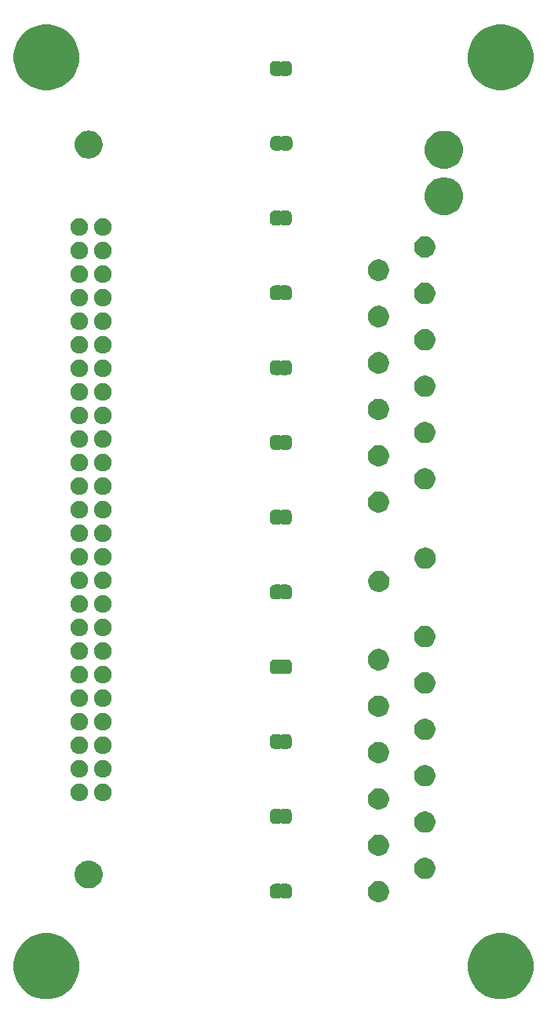
<source format=gbs>
G04 #@! TF.GenerationSoftware,KiCad,Pcbnew,5.0.2-bee76a0~70~ubuntu18.04.1*
G04 #@! TF.CreationDate,2019-06-17T19:26:50-05:00*
G04 #@! TF.ProjectId,ADAPTER_BOARD,41444150-5445-4525-9f42-4f4152442e6b,rev?*
G04 #@! TF.SameCoordinates,Original*
G04 #@! TF.FileFunction,Soldermask,Bot*
G04 #@! TF.FilePolarity,Negative*
%FSLAX46Y46*%
G04 Gerber Fmt 4.6, Leading zero omitted, Abs format (unit mm)*
G04 Created by KiCad (PCBNEW 5.0.2-bee76a0~70~ubuntu18.04.1) date Mon 17 Jun 2019 07:26:50 PM CDT*
%MOMM*%
%LPD*%
G01*
G04 APERTURE LIST*
%ADD10C,0.100000*%
G04 APERTURE END LIST*
D10*
G36*
X173535786Y-126585462D02*
X173535788Y-126585463D01*
X173535789Y-126585463D01*
X174182029Y-126853144D01*
X174182030Y-126853145D01*
X174763634Y-127241760D01*
X175258240Y-127736366D01*
X175258242Y-127736369D01*
X175646856Y-128317971D01*
X175914537Y-128964211D01*
X176051000Y-129650257D01*
X176051000Y-130349743D01*
X175914537Y-131035789D01*
X175646856Y-131682029D01*
X175646855Y-131682030D01*
X175258240Y-132263634D01*
X174763634Y-132758240D01*
X174763631Y-132758242D01*
X174182029Y-133146856D01*
X173535789Y-133414537D01*
X173535788Y-133414537D01*
X173535786Y-133414538D01*
X172849744Y-133551000D01*
X172150256Y-133551000D01*
X171464214Y-133414538D01*
X171464212Y-133414537D01*
X171464211Y-133414537D01*
X170817971Y-133146856D01*
X170236369Y-132758242D01*
X170236366Y-132758240D01*
X169741760Y-132263634D01*
X169353145Y-131682030D01*
X169353144Y-131682029D01*
X169085463Y-131035789D01*
X168949000Y-130349743D01*
X168949000Y-129650257D01*
X169085463Y-128964211D01*
X169353144Y-128317971D01*
X169741758Y-127736369D01*
X169741760Y-127736366D01*
X170236366Y-127241760D01*
X170817970Y-126853145D01*
X170817971Y-126853144D01*
X171464211Y-126585463D01*
X171464212Y-126585463D01*
X171464214Y-126585462D01*
X172150256Y-126449000D01*
X172849744Y-126449000D01*
X173535786Y-126585462D01*
X173535786Y-126585462D01*
G37*
G36*
X124535786Y-126585462D02*
X124535788Y-126585463D01*
X124535789Y-126585463D01*
X125182029Y-126853144D01*
X125182030Y-126853145D01*
X125763634Y-127241760D01*
X126258240Y-127736366D01*
X126258242Y-127736369D01*
X126646856Y-128317971D01*
X126914537Y-128964211D01*
X127051000Y-129650257D01*
X127051000Y-130349743D01*
X126914537Y-131035789D01*
X126646856Y-131682029D01*
X126646855Y-131682030D01*
X126258240Y-132263634D01*
X125763634Y-132758240D01*
X125763631Y-132758242D01*
X125182029Y-133146856D01*
X124535789Y-133414537D01*
X124535788Y-133414537D01*
X124535786Y-133414538D01*
X123849744Y-133551000D01*
X123150256Y-133551000D01*
X122464214Y-133414538D01*
X122464212Y-133414537D01*
X122464211Y-133414537D01*
X121817971Y-133146856D01*
X121236369Y-132758242D01*
X121236366Y-132758240D01*
X120741760Y-132263634D01*
X120353145Y-131682030D01*
X120353144Y-131682029D01*
X120085463Y-131035789D01*
X119949000Y-130349743D01*
X119949000Y-129650257D01*
X120085463Y-128964211D01*
X120353144Y-128317971D01*
X120741758Y-127736369D01*
X120741760Y-127736366D01*
X121236366Y-127241760D01*
X121817970Y-126853145D01*
X121817971Y-126853144D01*
X122464211Y-126585463D01*
X122464212Y-126585463D01*
X122464214Y-126585462D01*
X123150256Y-126449000D01*
X123849744Y-126449000D01*
X124535786Y-126585462D01*
X124535786Y-126585462D01*
G37*
G36*
X159655734Y-120843232D02*
X159865202Y-120929996D01*
X160053723Y-121055962D01*
X160214038Y-121216277D01*
X160340004Y-121404798D01*
X160426768Y-121614266D01*
X160471000Y-121836635D01*
X160471000Y-122063365D01*
X160426768Y-122285734D01*
X160340004Y-122495202D01*
X160214038Y-122683723D01*
X160053723Y-122844038D01*
X159865202Y-122970004D01*
X159655734Y-123056768D01*
X159433365Y-123101000D01*
X159206635Y-123101000D01*
X158984266Y-123056768D01*
X158774798Y-122970004D01*
X158586277Y-122844038D01*
X158425962Y-122683723D01*
X158299996Y-122495202D01*
X158213232Y-122285734D01*
X158169000Y-122063365D01*
X158169000Y-121836635D01*
X158213232Y-121614266D01*
X158299996Y-121404798D01*
X158425962Y-121216277D01*
X158586277Y-121055962D01*
X158774798Y-120929996D01*
X158984266Y-120843232D01*
X159206635Y-120799000D01*
X159433365Y-120799000D01*
X159655734Y-120843232D01*
X159655734Y-120843232D01*
G37*
G36*
X148659999Y-121099737D02*
X148669611Y-121102653D01*
X148678469Y-121107388D01*
X148686237Y-121113763D01*
X148696446Y-121126202D01*
X148703372Y-121136568D01*
X148720698Y-121153895D01*
X148741073Y-121167510D01*
X148763711Y-121176888D01*
X148787745Y-121181669D01*
X148812249Y-121181669D01*
X148836283Y-121176889D01*
X148858922Y-121167513D01*
X148879297Y-121153899D01*
X148896624Y-121136573D01*
X148903552Y-121126204D01*
X148913763Y-121113763D01*
X148921531Y-121107388D01*
X148930389Y-121102653D01*
X148940001Y-121099737D01*
X148956140Y-121098148D01*
X149443860Y-121098148D01*
X149462198Y-121099954D01*
X149474450Y-121100556D01*
X149492869Y-121100556D01*
X149515149Y-121102750D01*
X149599236Y-121119476D01*
X149620655Y-121125974D01*
X149699871Y-121158785D01*
X149719607Y-121169335D01*
X149790897Y-121216969D01*
X149808208Y-121231176D01*
X149868824Y-121291792D01*
X149883031Y-121309103D01*
X149930665Y-121380393D01*
X149941215Y-121400129D01*
X149974026Y-121479345D01*
X149980524Y-121500764D01*
X149997250Y-121584851D01*
X149999444Y-121607131D01*
X149999444Y-121625550D01*
X150000046Y-121637802D01*
X150001852Y-121656140D01*
X150001852Y-122143861D01*
X150000046Y-122162198D01*
X149999444Y-122174450D01*
X149999444Y-122192869D01*
X149997250Y-122215149D01*
X149980524Y-122299236D01*
X149974026Y-122320655D01*
X149941215Y-122399871D01*
X149930665Y-122419607D01*
X149883031Y-122490897D01*
X149868824Y-122508208D01*
X149808208Y-122568824D01*
X149790897Y-122583031D01*
X149719607Y-122630665D01*
X149699871Y-122641215D01*
X149620655Y-122674026D01*
X149599236Y-122680524D01*
X149515149Y-122697250D01*
X149492869Y-122699444D01*
X149474450Y-122699444D01*
X149462198Y-122700046D01*
X149443861Y-122701852D01*
X148956140Y-122701852D01*
X148940001Y-122700263D01*
X148930389Y-122697347D01*
X148921531Y-122692612D01*
X148913763Y-122686237D01*
X148903554Y-122673798D01*
X148896628Y-122663432D01*
X148879302Y-122646105D01*
X148858927Y-122632490D01*
X148836289Y-122623112D01*
X148812255Y-122618331D01*
X148787751Y-122618331D01*
X148763717Y-122623111D01*
X148741078Y-122632487D01*
X148720703Y-122646101D01*
X148703376Y-122663427D01*
X148696448Y-122673796D01*
X148686237Y-122686237D01*
X148678469Y-122692612D01*
X148669611Y-122697347D01*
X148659999Y-122700263D01*
X148643860Y-122701852D01*
X148156139Y-122701852D01*
X148137802Y-122700046D01*
X148125550Y-122699444D01*
X148107131Y-122699444D01*
X148084851Y-122697250D01*
X148000764Y-122680524D01*
X147979345Y-122674026D01*
X147900129Y-122641215D01*
X147880393Y-122630665D01*
X147809103Y-122583031D01*
X147791792Y-122568824D01*
X147731176Y-122508208D01*
X147716969Y-122490897D01*
X147669335Y-122419607D01*
X147658785Y-122399871D01*
X147625974Y-122320655D01*
X147619476Y-122299236D01*
X147602750Y-122215149D01*
X147600556Y-122192869D01*
X147600556Y-122174450D01*
X147599954Y-122162198D01*
X147598148Y-122143861D01*
X147598148Y-121656140D01*
X147599954Y-121637802D01*
X147600556Y-121625550D01*
X147600556Y-121607131D01*
X147602750Y-121584851D01*
X147619476Y-121500764D01*
X147625974Y-121479345D01*
X147658785Y-121400129D01*
X147669335Y-121380393D01*
X147716969Y-121309103D01*
X147731176Y-121291792D01*
X147791792Y-121231176D01*
X147809103Y-121216969D01*
X147880393Y-121169335D01*
X147900129Y-121158785D01*
X147979345Y-121125974D01*
X148000764Y-121119476D01*
X148084851Y-121102750D01*
X148107131Y-121100556D01*
X148125550Y-121100556D01*
X148137802Y-121099954D01*
X148156140Y-121098148D01*
X148643860Y-121098148D01*
X148659999Y-121099737D01*
X148659999Y-121099737D01*
G37*
G36*
X128342831Y-118637841D02*
X128487826Y-118666682D01*
X128600974Y-118713550D01*
X128760989Y-118779830D01*
X129006835Y-118944099D01*
X129215901Y-119153165D01*
X129380170Y-119399011D01*
X129493318Y-119672175D01*
X129551000Y-119962163D01*
X129551000Y-120257837D01*
X129493318Y-120547825D01*
X129380170Y-120820989D01*
X129215901Y-121066835D01*
X129006835Y-121275901D01*
X128760989Y-121440170D01*
X128652163Y-121485247D01*
X128487826Y-121553318D01*
X128342831Y-121582159D01*
X128197837Y-121611000D01*
X127902163Y-121611000D01*
X127757169Y-121582159D01*
X127612174Y-121553318D01*
X127447837Y-121485247D01*
X127339011Y-121440170D01*
X127093165Y-121275901D01*
X126884099Y-121066835D01*
X126719830Y-120820989D01*
X126606682Y-120547825D01*
X126549000Y-120257837D01*
X126549000Y-119962163D01*
X126606682Y-119672175D01*
X126719830Y-119399011D01*
X126884099Y-119153165D01*
X127093165Y-118944099D01*
X127339011Y-118779830D01*
X127499026Y-118713550D01*
X127612174Y-118666682D01*
X127757169Y-118637841D01*
X127902163Y-118609000D01*
X128197837Y-118609000D01*
X128342831Y-118637841D01*
X128342831Y-118637841D01*
G37*
G36*
X164655734Y-118343232D02*
X164865202Y-118429996D01*
X165053723Y-118555962D01*
X165214038Y-118716277D01*
X165340004Y-118904798D01*
X165426768Y-119114266D01*
X165471000Y-119336635D01*
X165471000Y-119563365D01*
X165426768Y-119785734D01*
X165340004Y-119995202D01*
X165214038Y-120183723D01*
X165053723Y-120344038D01*
X164865202Y-120470004D01*
X164655734Y-120556768D01*
X164433365Y-120601000D01*
X164206635Y-120601000D01*
X163984266Y-120556768D01*
X163774798Y-120470004D01*
X163586277Y-120344038D01*
X163425962Y-120183723D01*
X163299996Y-119995202D01*
X163213232Y-119785734D01*
X163169000Y-119563365D01*
X163169000Y-119336635D01*
X163213232Y-119114266D01*
X163299996Y-118904798D01*
X163425962Y-118716277D01*
X163586277Y-118555962D01*
X163774798Y-118429996D01*
X163984266Y-118343232D01*
X164206635Y-118299000D01*
X164433365Y-118299000D01*
X164655734Y-118343232D01*
X164655734Y-118343232D01*
G37*
G36*
X159655734Y-115843232D02*
X159865202Y-115929996D01*
X160053723Y-116055962D01*
X160214038Y-116216277D01*
X160340004Y-116404798D01*
X160426768Y-116614266D01*
X160471000Y-116836635D01*
X160471000Y-117063365D01*
X160426768Y-117285734D01*
X160340004Y-117495202D01*
X160214038Y-117683723D01*
X160053723Y-117844038D01*
X159865202Y-117970004D01*
X159655734Y-118056768D01*
X159433365Y-118101000D01*
X159206635Y-118101000D01*
X158984266Y-118056768D01*
X158774798Y-117970004D01*
X158586277Y-117844038D01*
X158425962Y-117683723D01*
X158299996Y-117495202D01*
X158213232Y-117285734D01*
X158169000Y-117063365D01*
X158169000Y-116836635D01*
X158213232Y-116614266D01*
X158299996Y-116404798D01*
X158425962Y-116216277D01*
X158586277Y-116055962D01*
X158774798Y-115929996D01*
X158984266Y-115843232D01*
X159206635Y-115799000D01*
X159433365Y-115799000D01*
X159655734Y-115843232D01*
X159655734Y-115843232D01*
G37*
G36*
X164655734Y-113343232D02*
X164865202Y-113429996D01*
X165053723Y-113555962D01*
X165214038Y-113716277D01*
X165340004Y-113904798D01*
X165426768Y-114114266D01*
X165471000Y-114336635D01*
X165471000Y-114563365D01*
X165426768Y-114785734D01*
X165340004Y-114995202D01*
X165214038Y-115183723D01*
X165053723Y-115344038D01*
X164865202Y-115470004D01*
X164655734Y-115556768D01*
X164433365Y-115601000D01*
X164206635Y-115601000D01*
X163984266Y-115556768D01*
X163774798Y-115470004D01*
X163586277Y-115344038D01*
X163425962Y-115183723D01*
X163299996Y-114995202D01*
X163213232Y-114785734D01*
X163169000Y-114563365D01*
X163169000Y-114336635D01*
X163213232Y-114114266D01*
X163299996Y-113904798D01*
X163425962Y-113716277D01*
X163586277Y-113555962D01*
X163774798Y-113429996D01*
X163984266Y-113343232D01*
X164206635Y-113299000D01*
X164433365Y-113299000D01*
X164655734Y-113343232D01*
X164655734Y-113343232D01*
G37*
G36*
X148659999Y-113036097D02*
X148669611Y-113039013D01*
X148678469Y-113043748D01*
X148686237Y-113050123D01*
X148696446Y-113062562D01*
X148703372Y-113072928D01*
X148720698Y-113090255D01*
X148741073Y-113103870D01*
X148763711Y-113113248D01*
X148787745Y-113118029D01*
X148812249Y-113118029D01*
X148836283Y-113113249D01*
X148858922Y-113103873D01*
X148879297Y-113090259D01*
X148896624Y-113072933D01*
X148903552Y-113062564D01*
X148913763Y-113050123D01*
X148921531Y-113043748D01*
X148930389Y-113039013D01*
X148940001Y-113036097D01*
X148956140Y-113034508D01*
X149443860Y-113034508D01*
X149462198Y-113036314D01*
X149474450Y-113036916D01*
X149492869Y-113036916D01*
X149515149Y-113039110D01*
X149599236Y-113055836D01*
X149620655Y-113062334D01*
X149699871Y-113095145D01*
X149719607Y-113105695D01*
X149790897Y-113153329D01*
X149808208Y-113167536D01*
X149868824Y-113228152D01*
X149883031Y-113245463D01*
X149930665Y-113316753D01*
X149941215Y-113336489D01*
X149974026Y-113415705D01*
X149980524Y-113437124D01*
X149997250Y-113521211D01*
X149999444Y-113543491D01*
X149999444Y-113561910D01*
X150000046Y-113574162D01*
X150001852Y-113592500D01*
X150001852Y-114080221D01*
X150000046Y-114098558D01*
X149999444Y-114110810D01*
X149999444Y-114129229D01*
X149997250Y-114151509D01*
X149980524Y-114235596D01*
X149974026Y-114257015D01*
X149941215Y-114336231D01*
X149930665Y-114355967D01*
X149883031Y-114427257D01*
X149868824Y-114444568D01*
X149808208Y-114505184D01*
X149790897Y-114519391D01*
X149719607Y-114567025D01*
X149699871Y-114577575D01*
X149620655Y-114610386D01*
X149599236Y-114616884D01*
X149515149Y-114633610D01*
X149492869Y-114635804D01*
X149474450Y-114635804D01*
X149462198Y-114636406D01*
X149443861Y-114638212D01*
X148956140Y-114638212D01*
X148940001Y-114636623D01*
X148930389Y-114633707D01*
X148921531Y-114628972D01*
X148913763Y-114622597D01*
X148903554Y-114610158D01*
X148896628Y-114599792D01*
X148879302Y-114582465D01*
X148858927Y-114568850D01*
X148836289Y-114559472D01*
X148812255Y-114554691D01*
X148787751Y-114554691D01*
X148763717Y-114559471D01*
X148741078Y-114568847D01*
X148720703Y-114582461D01*
X148703376Y-114599787D01*
X148696448Y-114610156D01*
X148686237Y-114622597D01*
X148678469Y-114628972D01*
X148669611Y-114633707D01*
X148659999Y-114636623D01*
X148643860Y-114638212D01*
X148156139Y-114638212D01*
X148137802Y-114636406D01*
X148125550Y-114635804D01*
X148107131Y-114635804D01*
X148084851Y-114633610D01*
X148000764Y-114616884D01*
X147979345Y-114610386D01*
X147900129Y-114577575D01*
X147880393Y-114567025D01*
X147809103Y-114519391D01*
X147791792Y-114505184D01*
X147731176Y-114444568D01*
X147716969Y-114427257D01*
X147669335Y-114355967D01*
X147658785Y-114336231D01*
X147625974Y-114257015D01*
X147619476Y-114235596D01*
X147602750Y-114151509D01*
X147600556Y-114129229D01*
X147600556Y-114110810D01*
X147599954Y-114098558D01*
X147598148Y-114080221D01*
X147598148Y-113592500D01*
X147599954Y-113574162D01*
X147600556Y-113561910D01*
X147600556Y-113543491D01*
X147602750Y-113521211D01*
X147619476Y-113437124D01*
X147625974Y-113415705D01*
X147658785Y-113336489D01*
X147669335Y-113316753D01*
X147716969Y-113245463D01*
X147731176Y-113228152D01*
X147791792Y-113167536D01*
X147809103Y-113153329D01*
X147880393Y-113105695D01*
X147900129Y-113095145D01*
X147979345Y-113062334D01*
X148000764Y-113055836D01*
X148084851Y-113039110D01*
X148107131Y-113036916D01*
X148125550Y-113036916D01*
X148137802Y-113036314D01*
X148156140Y-113034508D01*
X148643860Y-113034508D01*
X148659999Y-113036097D01*
X148659999Y-113036097D01*
G37*
G36*
X159655734Y-110843232D02*
X159865202Y-110929996D01*
X160053723Y-111055962D01*
X160214038Y-111216277D01*
X160340004Y-111404798D01*
X160426768Y-111614266D01*
X160471000Y-111836635D01*
X160471000Y-112063365D01*
X160426768Y-112285734D01*
X160340004Y-112495202D01*
X160214038Y-112683723D01*
X160053723Y-112844038D01*
X159865202Y-112970004D01*
X159655734Y-113056768D01*
X159433365Y-113101000D01*
X159206635Y-113101000D01*
X158984266Y-113056768D01*
X158774798Y-112970004D01*
X158586277Y-112844038D01*
X158425962Y-112683723D01*
X158299996Y-112495202D01*
X158213232Y-112285734D01*
X158169000Y-112063365D01*
X158169000Y-111836635D01*
X158213232Y-111614266D01*
X158299996Y-111404798D01*
X158425962Y-111216277D01*
X158586277Y-111055962D01*
X158774798Y-110929996D01*
X158984266Y-110843232D01*
X159206635Y-110799000D01*
X159433365Y-110799000D01*
X159655734Y-110843232D01*
X159655734Y-110843232D01*
G37*
G36*
X129847396Y-110345546D02*
X130020466Y-110417234D01*
X130176230Y-110521312D01*
X130308688Y-110653770D01*
X130412766Y-110809534D01*
X130484454Y-110982604D01*
X130521000Y-111166333D01*
X130521000Y-111353667D01*
X130484454Y-111537396D01*
X130412766Y-111710466D01*
X130308688Y-111866230D01*
X130176230Y-111998688D01*
X130020466Y-112102766D01*
X129847396Y-112174454D01*
X129663667Y-112211000D01*
X129476333Y-112211000D01*
X129292604Y-112174454D01*
X129119534Y-112102766D01*
X128963770Y-111998688D01*
X128831312Y-111866230D01*
X128727234Y-111710466D01*
X128655546Y-111537396D01*
X128619000Y-111353667D01*
X128619000Y-111166333D01*
X128655546Y-110982604D01*
X128727234Y-110809534D01*
X128831312Y-110653770D01*
X128963770Y-110521312D01*
X129119534Y-110417234D01*
X129292604Y-110345546D01*
X129476333Y-110309000D01*
X129663667Y-110309000D01*
X129847396Y-110345546D01*
X129847396Y-110345546D01*
G37*
G36*
X127307396Y-110345546D02*
X127480466Y-110417234D01*
X127636230Y-110521312D01*
X127768688Y-110653770D01*
X127872766Y-110809534D01*
X127944454Y-110982604D01*
X127981000Y-111166333D01*
X127981000Y-111353667D01*
X127944454Y-111537396D01*
X127872766Y-111710466D01*
X127768688Y-111866230D01*
X127636230Y-111998688D01*
X127480466Y-112102766D01*
X127307396Y-112174454D01*
X127123667Y-112211000D01*
X126936333Y-112211000D01*
X126752604Y-112174454D01*
X126579534Y-112102766D01*
X126423770Y-111998688D01*
X126291312Y-111866230D01*
X126187234Y-111710466D01*
X126115546Y-111537396D01*
X126079000Y-111353667D01*
X126079000Y-111166333D01*
X126115546Y-110982604D01*
X126187234Y-110809534D01*
X126291312Y-110653770D01*
X126423770Y-110521312D01*
X126579534Y-110417234D01*
X126752604Y-110345546D01*
X126936333Y-110309000D01*
X127123667Y-110309000D01*
X127307396Y-110345546D01*
X127307396Y-110345546D01*
G37*
G36*
X164655734Y-108343232D02*
X164865202Y-108429996D01*
X165053723Y-108555962D01*
X165214038Y-108716277D01*
X165340004Y-108904798D01*
X165426768Y-109114266D01*
X165471000Y-109336635D01*
X165471000Y-109563365D01*
X165426768Y-109785734D01*
X165340004Y-109995202D01*
X165214038Y-110183723D01*
X165053723Y-110344038D01*
X164865202Y-110470004D01*
X164655734Y-110556768D01*
X164433365Y-110601000D01*
X164206635Y-110601000D01*
X163984266Y-110556768D01*
X163774798Y-110470004D01*
X163586277Y-110344038D01*
X163425962Y-110183723D01*
X163299996Y-109995202D01*
X163213232Y-109785734D01*
X163169000Y-109563365D01*
X163169000Y-109336635D01*
X163213232Y-109114266D01*
X163299996Y-108904798D01*
X163425962Y-108716277D01*
X163586277Y-108555962D01*
X163774798Y-108429996D01*
X163984266Y-108343232D01*
X164206635Y-108299000D01*
X164433365Y-108299000D01*
X164655734Y-108343232D01*
X164655734Y-108343232D01*
G37*
G36*
X129847396Y-107805546D02*
X130020466Y-107877234D01*
X130176230Y-107981312D01*
X130308688Y-108113770D01*
X130412766Y-108269534D01*
X130484454Y-108442604D01*
X130521000Y-108626333D01*
X130521000Y-108813667D01*
X130484454Y-108997396D01*
X130412766Y-109170466D01*
X130308688Y-109326230D01*
X130176230Y-109458688D01*
X130020466Y-109562766D01*
X129847396Y-109634454D01*
X129663667Y-109671000D01*
X129476333Y-109671000D01*
X129292604Y-109634454D01*
X129119534Y-109562766D01*
X128963770Y-109458688D01*
X128831312Y-109326230D01*
X128727234Y-109170466D01*
X128655546Y-108997396D01*
X128619000Y-108813667D01*
X128619000Y-108626333D01*
X128655546Y-108442604D01*
X128727234Y-108269534D01*
X128831312Y-108113770D01*
X128963770Y-107981312D01*
X129119534Y-107877234D01*
X129292604Y-107805546D01*
X129476333Y-107769000D01*
X129663667Y-107769000D01*
X129847396Y-107805546D01*
X129847396Y-107805546D01*
G37*
G36*
X127307396Y-107805546D02*
X127480466Y-107877234D01*
X127636230Y-107981312D01*
X127768688Y-108113770D01*
X127872766Y-108269534D01*
X127944454Y-108442604D01*
X127981000Y-108626333D01*
X127981000Y-108813667D01*
X127944454Y-108997396D01*
X127872766Y-109170466D01*
X127768688Y-109326230D01*
X127636230Y-109458688D01*
X127480466Y-109562766D01*
X127307396Y-109634454D01*
X127123667Y-109671000D01*
X126936333Y-109671000D01*
X126752604Y-109634454D01*
X126579534Y-109562766D01*
X126423770Y-109458688D01*
X126291312Y-109326230D01*
X126187234Y-109170466D01*
X126115546Y-108997396D01*
X126079000Y-108813667D01*
X126079000Y-108626333D01*
X126115546Y-108442604D01*
X126187234Y-108269534D01*
X126291312Y-108113770D01*
X126423770Y-107981312D01*
X126579534Y-107877234D01*
X126752604Y-107805546D01*
X126936333Y-107769000D01*
X127123667Y-107769000D01*
X127307396Y-107805546D01*
X127307396Y-107805546D01*
G37*
G36*
X159655734Y-105843232D02*
X159865202Y-105929996D01*
X160053723Y-106055962D01*
X160214038Y-106216277D01*
X160340004Y-106404798D01*
X160426768Y-106614266D01*
X160471000Y-106836635D01*
X160471000Y-107063365D01*
X160426768Y-107285734D01*
X160340004Y-107495202D01*
X160214038Y-107683723D01*
X160053723Y-107844038D01*
X159865202Y-107970004D01*
X159655734Y-108056768D01*
X159433365Y-108101000D01*
X159206635Y-108101000D01*
X158984266Y-108056768D01*
X158774798Y-107970004D01*
X158586277Y-107844038D01*
X158425962Y-107683723D01*
X158299996Y-107495202D01*
X158213232Y-107285734D01*
X158169000Y-107063365D01*
X158169000Y-106836635D01*
X158213232Y-106614266D01*
X158299996Y-106404798D01*
X158425962Y-106216277D01*
X158586277Y-106055962D01*
X158774798Y-105929996D01*
X158984266Y-105843232D01*
X159206635Y-105799000D01*
X159433365Y-105799000D01*
X159655734Y-105843232D01*
X159655734Y-105843232D01*
G37*
G36*
X129847396Y-105265546D02*
X130020466Y-105337234D01*
X130176230Y-105441312D01*
X130308688Y-105573770D01*
X130412766Y-105729534D01*
X130484454Y-105902604D01*
X130521000Y-106086333D01*
X130521000Y-106273667D01*
X130484454Y-106457396D01*
X130412766Y-106630466D01*
X130308688Y-106786230D01*
X130176230Y-106918688D01*
X130020466Y-107022766D01*
X129847396Y-107094454D01*
X129663667Y-107131000D01*
X129476333Y-107131000D01*
X129292604Y-107094454D01*
X129119534Y-107022766D01*
X128963770Y-106918688D01*
X128831312Y-106786230D01*
X128727234Y-106630466D01*
X128655546Y-106457396D01*
X128619000Y-106273667D01*
X128619000Y-106086333D01*
X128655546Y-105902604D01*
X128727234Y-105729534D01*
X128831312Y-105573770D01*
X128963770Y-105441312D01*
X129119534Y-105337234D01*
X129292604Y-105265546D01*
X129476333Y-105229000D01*
X129663667Y-105229000D01*
X129847396Y-105265546D01*
X129847396Y-105265546D01*
G37*
G36*
X127307396Y-105265546D02*
X127480466Y-105337234D01*
X127636230Y-105441312D01*
X127768688Y-105573770D01*
X127872766Y-105729534D01*
X127944454Y-105902604D01*
X127981000Y-106086333D01*
X127981000Y-106273667D01*
X127944454Y-106457396D01*
X127872766Y-106630466D01*
X127768688Y-106786230D01*
X127636230Y-106918688D01*
X127480466Y-107022766D01*
X127307396Y-107094454D01*
X127123667Y-107131000D01*
X126936333Y-107131000D01*
X126752604Y-107094454D01*
X126579534Y-107022766D01*
X126423770Y-106918688D01*
X126291312Y-106786230D01*
X126187234Y-106630466D01*
X126115546Y-106457396D01*
X126079000Y-106273667D01*
X126079000Y-106086333D01*
X126115546Y-105902604D01*
X126187234Y-105729534D01*
X126291312Y-105573770D01*
X126423770Y-105441312D01*
X126579534Y-105337234D01*
X126752604Y-105265546D01*
X126936333Y-105229000D01*
X127123667Y-105229000D01*
X127307396Y-105265546D01*
X127307396Y-105265546D01*
G37*
G36*
X148659999Y-104972461D02*
X148669611Y-104975377D01*
X148678469Y-104980112D01*
X148686237Y-104986487D01*
X148696446Y-104998926D01*
X148703372Y-105009292D01*
X148720698Y-105026619D01*
X148741073Y-105040234D01*
X148763711Y-105049612D01*
X148787745Y-105054393D01*
X148812249Y-105054393D01*
X148836283Y-105049613D01*
X148858922Y-105040237D01*
X148879297Y-105026623D01*
X148896624Y-105009297D01*
X148903552Y-104998928D01*
X148913763Y-104986487D01*
X148921531Y-104980112D01*
X148930389Y-104975377D01*
X148940001Y-104972461D01*
X148956140Y-104970872D01*
X149443860Y-104970872D01*
X149462198Y-104972678D01*
X149474450Y-104973280D01*
X149492869Y-104973280D01*
X149515149Y-104975474D01*
X149599236Y-104992200D01*
X149620655Y-104998698D01*
X149699871Y-105031509D01*
X149719607Y-105042059D01*
X149790897Y-105089693D01*
X149808208Y-105103900D01*
X149868824Y-105164516D01*
X149883031Y-105181827D01*
X149930665Y-105253117D01*
X149941215Y-105272853D01*
X149974026Y-105352069D01*
X149980524Y-105373488D01*
X149997250Y-105457575D01*
X149999444Y-105479855D01*
X149999444Y-105498274D01*
X150000046Y-105510526D01*
X150001852Y-105528864D01*
X150001852Y-106016585D01*
X150000046Y-106034922D01*
X149999444Y-106047174D01*
X149999444Y-106065593D01*
X149997250Y-106087873D01*
X149980524Y-106171960D01*
X149974026Y-106193379D01*
X149941215Y-106272595D01*
X149930665Y-106292331D01*
X149883031Y-106363621D01*
X149868824Y-106380932D01*
X149808208Y-106441548D01*
X149790897Y-106455755D01*
X149719607Y-106503389D01*
X149699871Y-106513939D01*
X149620655Y-106546750D01*
X149599236Y-106553248D01*
X149515149Y-106569974D01*
X149492869Y-106572168D01*
X149474450Y-106572168D01*
X149462198Y-106572770D01*
X149443861Y-106574576D01*
X148956140Y-106574576D01*
X148940001Y-106572987D01*
X148930389Y-106570071D01*
X148921531Y-106565336D01*
X148913763Y-106558961D01*
X148903554Y-106546522D01*
X148896628Y-106536156D01*
X148879302Y-106518829D01*
X148858927Y-106505214D01*
X148836289Y-106495836D01*
X148812255Y-106491055D01*
X148787751Y-106491055D01*
X148763717Y-106495835D01*
X148741078Y-106505211D01*
X148720703Y-106518825D01*
X148703376Y-106536151D01*
X148696448Y-106546520D01*
X148686237Y-106558961D01*
X148678469Y-106565336D01*
X148669611Y-106570071D01*
X148659999Y-106572987D01*
X148643860Y-106574576D01*
X148156139Y-106574576D01*
X148137802Y-106572770D01*
X148125550Y-106572168D01*
X148107131Y-106572168D01*
X148084851Y-106569974D01*
X148000764Y-106553248D01*
X147979345Y-106546750D01*
X147900129Y-106513939D01*
X147880393Y-106503389D01*
X147809103Y-106455755D01*
X147791792Y-106441548D01*
X147731176Y-106380932D01*
X147716969Y-106363621D01*
X147669335Y-106292331D01*
X147658785Y-106272595D01*
X147625974Y-106193379D01*
X147619476Y-106171960D01*
X147602750Y-106087873D01*
X147600556Y-106065593D01*
X147600556Y-106047174D01*
X147599954Y-106034922D01*
X147598148Y-106016585D01*
X147598148Y-105528864D01*
X147599954Y-105510526D01*
X147600556Y-105498274D01*
X147600556Y-105479855D01*
X147602750Y-105457575D01*
X147619476Y-105373488D01*
X147625974Y-105352069D01*
X147658785Y-105272853D01*
X147669335Y-105253117D01*
X147716969Y-105181827D01*
X147731176Y-105164516D01*
X147791792Y-105103900D01*
X147809103Y-105089693D01*
X147880393Y-105042059D01*
X147900129Y-105031509D01*
X147979345Y-104998698D01*
X148000764Y-104992200D01*
X148084851Y-104975474D01*
X148107131Y-104973280D01*
X148125550Y-104973280D01*
X148137802Y-104972678D01*
X148156140Y-104970872D01*
X148643860Y-104970872D01*
X148659999Y-104972461D01*
X148659999Y-104972461D01*
G37*
G36*
X164655734Y-103343232D02*
X164865202Y-103429996D01*
X165053723Y-103555962D01*
X165214038Y-103716277D01*
X165340004Y-103904798D01*
X165426768Y-104114266D01*
X165471000Y-104336635D01*
X165471000Y-104563365D01*
X165426768Y-104785734D01*
X165340004Y-104995202D01*
X165214038Y-105183723D01*
X165053723Y-105344038D01*
X164865202Y-105470004D01*
X164655734Y-105556768D01*
X164433365Y-105601000D01*
X164206635Y-105601000D01*
X163984266Y-105556768D01*
X163774798Y-105470004D01*
X163586277Y-105344038D01*
X163425962Y-105183723D01*
X163299996Y-104995202D01*
X163213232Y-104785734D01*
X163169000Y-104563365D01*
X163169000Y-104336635D01*
X163213232Y-104114266D01*
X163299996Y-103904798D01*
X163425962Y-103716277D01*
X163586277Y-103555962D01*
X163774798Y-103429996D01*
X163984266Y-103343232D01*
X164206635Y-103299000D01*
X164433365Y-103299000D01*
X164655734Y-103343232D01*
X164655734Y-103343232D01*
G37*
G36*
X129847396Y-102725546D02*
X130020466Y-102797234D01*
X130176230Y-102901312D01*
X130308688Y-103033770D01*
X130412766Y-103189534D01*
X130484454Y-103362604D01*
X130521000Y-103546333D01*
X130521000Y-103733667D01*
X130484454Y-103917396D01*
X130412766Y-104090466D01*
X130308688Y-104246230D01*
X130176230Y-104378688D01*
X130020466Y-104482766D01*
X129847396Y-104554454D01*
X129663667Y-104591000D01*
X129476333Y-104591000D01*
X129292604Y-104554454D01*
X129119534Y-104482766D01*
X128963770Y-104378688D01*
X128831312Y-104246230D01*
X128727234Y-104090466D01*
X128655546Y-103917396D01*
X128619000Y-103733667D01*
X128619000Y-103546333D01*
X128655546Y-103362604D01*
X128727234Y-103189534D01*
X128831312Y-103033770D01*
X128963770Y-102901312D01*
X129119534Y-102797234D01*
X129292604Y-102725546D01*
X129476333Y-102689000D01*
X129663667Y-102689000D01*
X129847396Y-102725546D01*
X129847396Y-102725546D01*
G37*
G36*
X127307396Y-102725546D02*
X127480466Y-102797234D01*
X127636230Y-102901312D01*
X127768688Y-103033770D01*
X127872766Y-103189534D01*
X127944454Y-103362604D01*
X127981000Y-103546333D01*
X127981000Y-103733667D01*
X127944454Y-103917396D01*
X127872766Y-104090466D01*
X127768688Y-104246230D01*
X127636230Y-104378688D01*
X127480466Y-104482766D01*
X127307396Y-104554454D01*
X127123667Y-104591000D01*
X126936333Y-104591000D01*
X126752604Y-104554454D01*
X126579534Y-104482766D01*
X126423770Y-104378688D01*
X126291312Y-104246230D01*
X126187234Y-104090466D01*
X126115546Y-103917396D01*
X126079000Y-103733667D01*
X126079000Y-103546333D01*
X126115546Y-103362604D01*
X126187234Y-103189534D01*
X126291312Y-103033770D01*
X126423770Y-102901312D01*
X126579534Y-102797234D01*
X126752604Y-102725546D01*
X126936333Y-102689000D01*
X127123667Y-102689000D01*
X127307396Y-102725546D01*
X127307396Y-102725546D01*
G37*
G36*
X159655734Y-100843232D02*
X159865202Y-100929996D01*
X160053723Y-101055962D01*
X160214038Y-101216277D01*
X160340004Y-101404798D01*
X160426768Y-101614266D01*
X160471000Y-101836635D01*
X160471000Y-102063365D01*
X160426768Y-102285734D01*
X160340004Y-102495202D01*
X160214038Y-102683723D01*
X160053723Y-102844038D01*
X159865202Y-102970004D01*
X159655734Y-103056768D01*
X159433365Y-103101000D01*
X159206635Y-103101000D01*
X158984266Y-103056768D01*
X158774798Y-102970004D01*
X158586277Y-102844038D01*
X158425962Y-102683723D01*
X158299996Y-102495202D01*
X158213232Y-102285734D01*
X158169000Y-102063365D01*
X158169000Y-101836635D01*
X158213232Y-101614266D01*
X158299996Y-101404798D01*
X158425962Y-101216277D01*
X158586277Y-101055962D01*
X158774798Y-100929996D01*
X158984266Y-100843232D01*
X159206635Y-100799000D01*
X159433365Y-100799000D01*
X159655734Y-100843232D01*
X159655734Y-100843232D01*
G37*
G36*
X127307396Y-100185546D02*
X127480466Y-100257234D01*
X127636230Y-100361312D01*
X127768688Y-100493770D01*
X127872766Y-100649534D01*
X127944454Y-100822604D01*
X127981000Y-101006333D01*
X127981000Y-101193667D01*
X127944454Y-101377396D01*
X127872766Y-101550466D01*
X127768688Y-101706230D01*
X127636230Y-101838688D01*
X127480466Y-101942766D01*
X127307396Y-102014454D01*
X127123667Y-102051000D01*
X126936333Y-102051000D01*
X126752604Y-102014454D01*
X126579534Y-101942766D01*
X126423770Y-101838688D01*
X126291312Y-101706230D01*
X126187234Y-101550466D01*
X126115546Y-101377396D01*
X126079000Y-101193667D01*
X126079000Y-101006333D01*
X126115546Y-100822604D01*
X126187234Y-100649534D01*
X126291312Y-100493770D01*
X126423770Y-100361312D01*
X126579534Y-100257234D01*
X126752604Y-100185546D01*
X126936333Y-100149000D01*
X127123667Y-100149000D01*
X127307396Y-100185546D01*
X127307396Y-100185546D01*
G37*
G36*
X129847396Y-100185546D02*
X130020466Y-100257234D01*
X130176230Y-100361312D01*
X130308688Y-100493770D01*
X130412766Y-100649534D01*
X130484454Y-100822604D01*
X130521000Y-101006333D01*
X130521000Y-101193667D01*
X130484454Y-101377396D01*
X130412766Y-101550466D01*
X130308688Y-101706230D01*
X130176230Y-101838688D01*
X130020466Y-101942766D01*
X129847396Y-102014454D01*
X129663667Y-102051000D01*
X129476333Y-102051000D01*
X129292604Y-102014454D01*
X129119534Y-101942766D01*
X128963770Y-101838688D01*
X128831312Y-101706230D01*
X128727234Y-101550466D01*
X128655546Y-101377396D01*
X128619000Y-101193667D01*
X128619000Y-101006333D01*
X128655546Y-100822604D01*
X128727234Y-100649534D01*
X128831312Y-100493770D01*
X128963770Y-100361312D01*
X129119534Y-100257234D01*
X129292604Y-100185546D01*
X129476333Y-100149000D01*
X129663667Y-100149000D01*
X129847396Y-100185546D01*
X129847396Y-100185546D01*
G37*
G36*
X164655734Y-98343232D02*
X164865202Y-98429996D01*
X165053723Y-98555962D01*
X165214038Y-98716277D01*
X165340004Y-98904798D01*
X165426768Y-99114266D01*
X165471000Y-99336635D01*
X165471000Y-99563365D01*
X165426768Y-99785734D01*
X165340004Y-99995202D01*
X165214038Y-100183723D01*
X165053723Y-100344038D01*
X164865202Y-100470004D01*
X164655734Y-100556768D01*
X164433365Y-100601000D01*
X164206635Y-100601000D01*
X163984266Y-100556768D01*
X163774798Y-100470004D01*
X163586277Y-100344038D01*
X163425962Y-100183723D01*
X163299996Y-99995202D01*
X163213232Y-99785734D01*
X163169000Y-99563365D01*
X163169000Y-99336635D01*
X163213232Y-99114266D01*
X163299996Y-98904798D01*
X163425962Y-98716277D01*
X163586277Y-98555962D01*
X163774798Y-98429996D01*
X163984266Y-98343232D01*
X164206635Y-98299000D01*
X164433365Y-98299000D01*
X164655734Y-98343232D01*
X164655734Y-98343232D01*
G37*
G36*
X129847396Y-97645546D02*
X130020466Y-97717234D01*
X130176230Y-97821312D01*
X130308688Y-97953770D01*
X130412766Y-98109534D01*
X130484454Y-98282604D01*
X130521000Y-98466333D01*
X130521000Y-98653667D01*
X130484454Y-98837396D01*
X130412766Y-99010466D01*
X130308688Y-99166230D01*
X130176230Y-99298688D01*
X130020466Y-99402766D01*
X129847396Y-99474454D01*
X129663667Y-99511000D01*
X129476333Y-99511000D01*
X129292604Y-99474454D01*
X129119534Y-99402766D01*
X128963770Y-99298688D01*
X128831312Y-99166230D01*
X128727234Y-99010466D01*
X128655546Y-98837396D01*
X128619000Y-98653667D01*
X128619000Y-98466333D01*
X128655546Y-98282604D01*
X128727234Y-98109534D01*
X128831312Y-97953770D01*
X128963770Y-97821312D01*
X129119534Y-97717234D01*
X129292604Y-97645546D01*
X129476333Y-97609000D01*
X129663667Y-97609000D01*
X129847396Y-97645546D01*
X129847396Y-97645546D01*
G37*
G36*
X127307396Y-97645546D02*
X127480466Y-97717234D01*
X127636230Y-97821312D01*
X127768688Y-97953770D01*
X127872766Y-98109534D01*
X127944454Y-98282604D01*
X127981000Y-98466333D01*
X127981000Y-98653667D01*
X127944454Y-98837396D01*
X127872766Y-99010466D01*
X127768688Y-99166230D01*
X127636230Y-99298688D01*
X127480466Y-99402766D01*
X127307396Y-99474454D01*
X127123667Y-99511000D01*
X126936333Y-99511000D01*
X126752604Y-99474454D01*
X126579534Y-99402766D01*
X126423770Y-99298688D01*
X126291312Y-99166230D01*
X126187234Y-99010466D01*
X126115546Y-98837396D01*
X126079000Y-98653667D01*
X126079000Y-98466333D01*
X126115546Y-98282604D01*
X126187234Y-98109534D01*
X126291312Y-97953770D01*
X126423770Y-97821312D01*
X126579534Y-97717234D01*
X126752604Y-97645546D01*
X126936333Y-97609000D01*
X127123667Y-97609000D01*
X127307396Y-97645546D01*
X127307396Y-97645546D01*
G37*
G36*
X148659999Y-96908825D02*
X148669611Y-96911741D01*
X148678469Y-96916476D01*
X148686237Y-96922851D01*
X148696446Y-96935290D01*
X148703372Y-96945656D01*
X148720698Y-96962983D01*
X148741073Y-96976598D01*
X148763711Y-96985976D01*
X148787745Y-96990757D01*
X148812249Y-96990757D01*
X148836283Y-96985977D01*
X148858922Y-96976601D01*
X148879297Y-96962987D01*
X148896624Y-96945661D01*
X148903552Y-96935292D01*
X148913763Y-96922851D01*
X148921531Y-96916476D01*
X148930389Y-96911741D01*
X148940001Y-96908825D01*
X148956140Y-96907236D01*
X149443860Y-96907236D01*
X149462198Y-96909042D01*
X149474450Y-96909644D01*
X149492869Y-96909644D01*
X149515149Y-96911838D01*
X149599236Y-96928564D01*
X149620655Y-96935062D01*
X149699871Y-96967873D01*
X149719607Y-96978423D01*
X149790897Y-97026057D01*
X149808208Y-97040264D01*
X149868824Y-97100880D01*
X149883031Y-97118191D01*
X149930665Y-97189481D01*
X149941215Y-97209217D01*
X149974026Y-97288433D01*
X149980524Y-97309852D01*
X149997250Y-97393939D01*
X149999444Y-97416219D01*
X149999444Y-97434638D01*
X150000046Y-97446890D01*
X150001852Y-97465228D01*
X150001852Y-97952949D01*
X150000046Y-97971286D01*
X149999444Y-97983538D01*
X149999444Y-98001957D01*
X149997250Y-98024237D01*
X149980524Y-98108324D01*
X149974026Y-98129743D01*
X149941215Y-98208959D01*
X149930665Y-98228695D01*
X149883031Y-98299985D01*
X149868824Y-98317296D01*
X149808208Y-98377912D01*
X149790897Y-98392119D01*
X149719607Y-98439753D01*
X149699871Y-98450303D01*
X149620655Y-98483114D01*
X149599236Y-98489612D01*
X149515149Y-98506338D01*
X149492869Y-98508532D01*
X149474450Y-98508532D01*
X149462198Y-98509134D01*
X149443861Y-98510940D01*
X148956140Y-98510940D01*
X148940001Y-98509351D01*
X148930389Y-98506435D01*
X148921531Y-98501700D01*
X148913763Y-98495325D01*
X148903554Y-98482886D01*
X148896628Y-98472520D01*
X148879302Y-98455193D01*
X148858927Y-98441578D01*
X148836289Y-98432200D01*
X148812255Y-98427419D01*
X148787751Y-98427419D01*
X148763717Y-98432199D01*
X148741078Y-98441575D01*
X148720703Y-98455189D01*
X148703376Y-98472515D01*
X148696448Y-98482884D01*
X148686237Y-98495325D01*
X148678469Y-98501700D01*
X148669611Y-98506435D01*
X148659999Y-98509351D01*
X148643860Y-98510940D01*
X148156139Y-98510940D01*
X148137802Y-98509134D01*
X148125550Y-98508532D01*
X148107131Y-98508532D01*
X148084851Y-98506338D01*
X148000764Y-98489612D01*
X147979345Y-98483114D01*
X147900129Y-98450303D01*
X147880393Y-98439753D01*
X147809103Y-98392119D01*
X147791792Y-98377912D01*
X147731176Y-98317296D01*
X147716969Y-98299985D01*
X147669335Y-98228695D01*
X147658785Y-98208959D01*
X147625974Y-98129743D01*
X147619476Y-98108324D01*
X147602750Y-98024237D01*
X147600556Y-98001957D01*
X147600556Y-97983538D01*
X147599954Y-97971286D01*
X147598148Y-97952949D01*
X147598148Y-97465228D01*
X147599954Y-97446890D01*
X147600556Y-97434638D01*
X147600556Y-97416219D01*
X147602750Y-97393939D01*
X147619476Y-97309852D01*
X147625974Y-97288433D01*
X147658785Y-97209217D01*
X147669335Y-97189481D01*
X147716969Y-97118191D01*
X147731176Y-97100880D01*
X147791792Y-97040264D01*
X147809103Y-97026057D01*
X147880393Y-96978423D01*
X147900129Y-96967873D01*
X147979345Y-96935062D01*
X148000764Y-96928564D01*
X148084851Y-96911838D01*
X148107131Y-96909644D01*
X148125550Y-96909644D01*
X148137802Y-96909042D01*
X148156140Y-96907236D01*
X148643860Y-96907236D01*
X148659999Y-96908825D01*
X148659999Y-96908825D01*
G37*
G36*
X159655734Y-95843232D02*
X159865202Y-95929996D01*
X160053723Y-96055962D01*
X160214038Y-96216277D01*
X160340004Y-96404798D01*
X160426768Y-96614266D01*
X160471000Y-96836635D01*
X160471000Y-97063365D01*
X160426768Y-97285734D01*
X160340004Y-97495202D01*
X160214038Y-97683723D01*
X160053723Y-97844038D01*
X159865202Y-97970004D01*
X159655734Y-98056768D01*
X159433365Y-98101000D01*
X159206635Y-98101000D01*
X158984266Y-98056768D01*
X158774798Y-97970004D01*
X158586277Y-97844038D01*
X158425962Y-97683723D01*
X158299996Y-97495202D01*
X158213232Y-97285734D01*
X158169000Y-97063365D01*
X158169000Y-96836635D01*
X158213232Y-96614266D01*
X158299996Y-96404798D01*
X158425962Y-96216277D01*
X158586277Y-96055962D01*
X158774798Y-95929996D01*
X158984266Y-95843232D01*
X159206635Y-95799000D01*
X159433365Y-95799000D01*
X159655734Y-95843232D01*
X159655734Y-95843232D01*
G37*
G36*
X129847396Y-95105546D02*
X130020466Y-95177234D01*
X130176230Y-95281312D01*
X130308688Y-95413770D01*
X130412766Y-95569534D01*
X130484454Y-95742604D01*
X130521000Y-95926333D01*
X130521000Y-96113667D01*
X130484454Y-96297396D01*
X130412766Y-96470466D01*
X130308688Y-96626230D01*
X130176230Y-96758688D01*
X130020466Y-96862766D01*
X129847396Y-96934454D01*
X129663667Y-96971000D01*
X129476333Y-96971000D01*
X129292604Y-96934454D01*
X129119534Y-96862766D01*
X128963770Y-96758688D01*
X128831312Y-96626230D01*
X128727234Y-96470466D01*
X128655546Y-96297396D01*
X128619000Y-96113667D01*
X128619000Y-95926333D01*
X128655546Y-95742604D01*
X128727234Y-95569534D01*
X128831312Y-95413770D01*
X128963770Y-95281312D01*
X129119534Y-95177234D01*
X129292604Y-95105546D01*
X129476333Y-95069000D01*
X129663667Y-95069000D01*
X129847396Y-95105546D01*
X129847396Y-95105546D01*
G37*
G36*
X127307396Y-95105546D02*
X127480466Y-95177234D01*
X127636230Y-95281312D01*
X127768688Y-95413770D01*
X127872766Y-95569534D01*
X127944454Y-95742604D01*
X127981000Y-95926333D01*
X127981000Y-96113667D01*
X127944454Y-96297396D01*
X127872766Y-96470466D01*
X127768688Y-96626230D01*
X127636230Y-96758688D01*
X127480466Y-96862766D01*
X127307396Y-96934454D01*
X127123667Y-96971000D01*
X126936333Y-96971000D01*
X126752604Y-96934454D01*
X126579534Y-96862766D01*
X126423770Y-96758688D01*
X126291312Y-96626230D01*
X126187234Y-96470466D01*
X126115546Y-96297396D01*
X126079000Y-96113667D01*
X126079000Y-95926333D01*
X126115546Y-95742604D01*
X126187234Y-95569534D01*
X126291312Y-95413770D01*
X126423770Y-95281312D01*
X126579534Y-95177234D01*
X126752604Y-95105546D01*
X126936333Y-95069000D01*
X127123667Y-95069000D01*
X127307396Y-95105546D01*
X127307396Y-95105546D01*
G37*
G36*
X164655734Y-93343232D02*
X164865202Y-93429996D01*
X165053723Y-93555962D01*
X165214038Y-93716277D01*
X165340004Y-93904798D01*
X165426768Y-94114266D01*
X165471000Y-94336635D01*
X165471000Y-94563365D01*
X165426768Y-94785734D01*
X165340004Y-94995202D01*
X165214038Y-95183723D01*
X165053723Y-95344038D01*
X164865202Y-95470004D01*
X164655734Y-95556768D01*
X164433365Y-95601000D01*
X164206635Y-95601000D01*
X163984266Y-95556768D01*
X163774798Y-95470004D01*
X163586277Y-95344038D01*
X163425962Y-95183723D01*
X163299996Y-94995202D01*
X163213232Y-94785734D01*
X163169000Y-94563365D01*
X163169000Y-94336635D01*
X163213232Y-94114266D01*
X163299996Y-93904798D01*
X163425962Y-93716277D01*
X163586277Y-93555962D01*
X163774798Y-93429996D01*
X163984266Y-93343232D01*
X164206635Y-93299000D01*
X164433365Y-93299000D01*
X164655734Y-93343232D01*
X164655734Y-93343232D01*
G37*
G36*
X129847396Y-92565546D02*
X130020466Y-92637234D01*
X130176230Y-92741312D01*
X130308688Y-92873770D01*
X130412766Y-93029534D01*
X130484454Y-93202604D01*
X130521000Y-93386333D01*
X130521000Y-93573667D01*
X130484454Y-93757396D01*
X130412766Y-93930466D01*
X130308688Y-94086230D01*
X130176230Y-94218688D01*
X130020466Y-94322766D01*
X129847396Y-94394454D01*
X129663667Y-94431000D01*
X129476333Y-94431000D01*
X129292604Y-94394454D01*
X129119534Y-94322766D01*
X128963770Y-94218688D01*
X128831312Y-94086230D01*
X128727234Y-93930466D01*
X128655546Y-93757396D01*
X128619000Y-93573667D01*
X128619000Y-93386333D01*
X128655546Y-93202604D01*
X128727234Y-93029534D01*
X128831312Y-92873770D01*
X128963770Y-92741312D01*
X129119534Y-92637234D01*
X129292604Y-92565546D01*
X129476333Y-92529000D01*
X129663667Y-92529000D01*
X129847396Y-92565546D01*
X129847396Y-92565546D01*
G37*
G36*
X127307396Y-92565546D02*
X127480466Y-92637234D01*
X127636230Y-92741312D01*
X127768688Y-92873770D01*
X127872766Y-93029534D01*
X127944454Y-93202604D01*
X127981000Y-93386333D01*
X127981000Y-93573667D01*
X127944454Y-93757396D01*
X127872766Y-93930466D01*
X127768688Y-94086230D01*
X127636230Y-94218688D01*
X127480466Y-94322766D01*
X127307396Y-94394454D01*
X127123667Y-94431000D01*
X126936333Y-94431000D01*
X126752604Y-94394454D01*
X126579534Y-94322766D01*
X126423770Y-94218688D01*
X126291312Y-94086230D01*
X126187234Y-93930466D01*
X126115546Y-93757396D01*
X126079000Y-93573667D01*
X126079000Y-93386333D01*
X126115546Y-93202604D01*
X126187234Y-93029534D01*
X126291312Y-92873770D01*
X126423770Y-92741312D01*
X126579534Y-92637234D01*
X126752604Y-92565546D01*
X126936333Y-92529000D01*
X127123667Y-92529000D01*
X127307396Y-92565546D01*
X127307396Y-92565546D01*
G37*
G36*
X127307396Y-90025546D02*
X127480466Y-90097234D01*
X127636230Y-90201312D01*
X127768688Y-90333770D01*
X127872766Y-90489534D01*
X127944454Y-90662604D01*
X127981000Y-90846333D01*
X127981000Y-91033667D01*
X127944454Y-91217396D01*
X127872766Y-91390466D01*
X127768688Y-91546230D01*
X127636230Y-91678688D01*
X127480466Y-91782766D01*
X127307396Y-91854454D01*
X127123667Y-91891000D01*
X126936333Y-91891000D01*
X126752604Y-91854454D01*
X126579534Y-91782766D01*
X126423770Y-91678688D01*
X126291312Y-91546230D01*
X126187234Y-91390466D01*
X126115546Y-91217396D01*
X126079000Y-91033667D01*
X126079000Y-90846333D01*
X126115546Y-90662604D01*
X126187234Y-90489534D01*
X126291312Y-90333770D01*
X126423770Y-90201312D01*
X126579534Y-90097234D01*
X126752604Y-90025546D01*
X126936333Y-89989000D01*
X127123667Y-89989000D01*
X127307396Y-90025546D01*
X127307396Y-90025546D01*
G37*
G36*
X129847396Y-90025546D02*
X130020466Y-90097234D01*
X130176230Y-90201312D01*
X130308688Y-90333770D01*
X130412766Y-90489534D01*
X130484454Y-90662604D01*
X130521000Y-90846333D01*
X130521000Y-91033667D01*
X130484454Y-91217396D01*
X130412766Y-91390466D01*
X130308688Y-91546230D01*
X130176230Y-91678688D01*
X130020466Y-91782766D01*
X129847396Y-91854454D01*
X129663667Y-91891000D01*
X129476333Y-91891000D01*
X129292604Y-91854454D01*
X129119534Y-91782766D01*
X128963770Y-91678688D01*
X128831312Y-91546230D01*
X128727234Y-91390466D01*
X128655546Y-91217396D01*
X128619000Y-91033667D01*
X128619000Y-90846333D01*
X128655546Y-90662604D01*
X128727234Y-90489534D01*
X128831312Y-90333770D01*
X128963770Y-90201312D01*
X129119534Y-90097234D01*
X129292604Y-90025546D01*
X129476333Y-89989000D01*
X129663667Y-89989000D01*
X129847396Y-90025546D01*
X129847396Y-90025546D01*
G37*
G36*
X148659999Y-88845189D02*
X148669611Y-88848105D01*
X148678469Y-88852840D01*
X148686237Y-88859215D01*
X148696446Y-88871654D01*
X148703372Y-88882020D01*
X148720698Y-88899347D01*
X148741073Y-88912962D01*
X148763711Y-88922340D01*
X148787745Y-88927121D01*
X148812249Y-88927121D01*
X148836283Y-88922341D01*
X148858922Y-88912965D01*
X148879297Y-88899351D01*
X148896624Y-88882025D01*
X148903552Y-88871656D01*
X148913763Y-88859215D01*
X148921531Y-88852840D01*
X148930389Y-88848105D01*
X148940001Y-88845189D01*
X148956140Y-88843600D01*
X149443860Y-88843600D01*
X149462198Y-88845406D01*
X149474450Y-88846008D01*
X149492869Y-88846008D01*
X149515149Y-88848202D01*
X149599236Y-88864928D01*
X149620655Y-88871426D01*
X149699871Y-88904237D01*
X149719607Y-88914787D01*
X149790897Y-88962421D01*
X149808208Y-88976628D01*
X149868824Y-89037244D01*
X149883031Y-89054555D01*
X149930665Y-89125845D01*
X149941215Y-89145581D01*
X149974026Y-89224797D01*
X149980524Y-89246216D01*
X149997250Y-89330303D01*
X149999444Y-89352583D01*
X149999444Y-89371002D01*
X150000046Y-89383254D01*
X150001852Y-89401592D01*
X150001852Y-89889313D01*
X150000046Y-89907650D01*
X149999444Y-89919902D01*
X149999444Y-89938321D01*
X149997250Y-89960601D01*
X149980524Y-90044688D01*
X149974026Y-90066107D01*
X149941215Y-90145323D01*
X149930665Y-90165059D01*
X149883031Y-90236349D01*
X149868824Y-90253660D01*
X149808208Y-90314276D01*
X149790897Y-90328483D01*
X149719607Y-90376117D01*
X149699871Y-90386667D01*
X149620655Y-90419478D01*
X149599236Y-90425976D01*
X149515149Y-90442702D01*
X149492869Y-90444896D01*
X149474450Y-90444896D01*
X149462198Y-90445498D01*
X149443861Y-90447304D01*
X148956140Y-90447304D01*
X148940001Y-90445715D01*
X148930389Y-90442799D01*
X148921531Y-90438064D01*
X148913763Y-90431689D01*
X148903554Y-90419250D01*
X148896628Y-90408884D01*
X148879302Y-90391557D01*
X148858927Y-90377942D01*
X148836289Y-90368564D01*
X148812255Y-90363783D01*
X148787751Y-90363783D01*
X148763717Y-90368563D01*
X148741078Y-90377939D01*
X148720703Y-90391553D01*
X148703376Y-90408879D01*
X148696448Y-90419248D01*
X148686237Y-90431689D01*
X148678469Y-90438064D01*
X148669611Y-90442799D01*
X148659999Y-90445715D01*
X148643860Y-90447304D01*
X148156139Y-90447304D01*
X148137802Y-90445498D01*
X148125550Y-90444896D01*
X148107131Y-90444896D01*
X148084851Y-90442702D01*
X148000764Y-90425976D01*
X147979345Y-90419478D01*
X147900129Y-90386667D01*
X147880393Y-90376117D01*
X147809103Y-90328483D01*
X147791792Y-90314276D01*
X147731176Y-90253660D01*
X147716969Y-90236349D01*
X147669335Y-90165059D01*
X147658785Y-90145323D01*
X147625974Y-90066107D01*
X147619476Y-90044688D01*
X147602750Y-89960601D01*
X147600556Y-89938321D01*
X147600556Y-89919902D01*
X147599954Y-89907650D01*
X147598148Y-89889313D01*
X147598148Y-89401592D01*
X147599954Y-89383254D01*
X147600556Y-89371002D01*
X147600556Y-89352583D01*
X147602750Y-89330303D01*
X147619476Y-89246216D01*
X147625974Y-89224797D01*
X147658785Y-89145581D01*
X147669335Y-89125845D01*
X147716969Y-89054555D01*
X147731176Y-89037244D01*
X147791792Y-88976628D01*
X147809103Y-88962421D01*
X147880393Y-88914787D01*
X147900129Y-88904237D01*
X147979345Y-88871426D01*
X148000764Y-88864928D01*
X148084851Y-88848202D01*
X148107131Y-88846008D01*
X148125550Y-88846008D01*
X148137802Y-88845406D01*
X148156140Y-88843600D01*
X148643860Y-88843600D01*
X148659999Y-88845189D01*
X148659999Y-88845189D01*
G37*
G36*
X159705734Y-87393232D02*
X159915202Y-87479996D01*
X160103723Y-87605962D01*
X160264038Y-87766277D01*
X160390004Y-87954798D01*
X160476768Y-88164266D01*
X160521000Y-88386635D01*
X160521000Y-88613365D01*
X160476768Y-88835734D01*
X160390004Y-89045202D01*
X160264038Y-89233723D01*
X160103723Y-89394038D01*
X159915202Y-89520004D01*
X159705734Y-89606768D01*
X159483365Y-89651000D01*
X159256635Y-89651000D01*
X159034266Y-89606768D01*
X158824798Y-89520004D01*
X158636277Y-89394038D01*
X158475962Y-89233723D01*
X158349996Y-89045202D01*
X158263232Y-88835734D01*
X158219000Y-88613365D01*
X158219000Y-88386635D01*
X158263232Y-88164266D01*
X158349996Y-87954798D01*
X158475962Y-87766277D01*
X158636277Y-87605962D01*
X158824798Y-87479996D01*
X159034266Y-87393232D01*
X159256635Y-87349000D01*
X159483365Y-87349000D01*
X159705734Y-87393232D01*
X159705734Y-87393232D01*
G37*
G36*
X127307396Y-87485546D02*
X127480466Y-87557234D01*
X127636230Y-87661312D01*
X127768688Y-87793770D01*
X127872766Y-87949534D01*
X127944454Y-88122604D01*
X127981000Y-88306333D01*
X127981000Y-88493667D01*
X127944454Y-88677396D01*
X127872766Y-88850466D01*
X127768688Y-89006230D01*
X127636230Y-89138688D01*
X127480466Y-89242766D01*
X127307396Y-89314454D01*
X127123667Y-89351000D01*
X126936333Y-89351000D01*
X126752604Y-89314454D01*
X126579534Y-89242766D01*
X126423770Y-89138688D01*
X126291312Y-89006230D01*
X126187234Y-88850466D01*
X126115546Y-88677396D01*
X126079000Y-88493667D01*
X126079000Y-88306333D01*
X126115546Y-88122604D01*
X126187234Y-87949534D01*
X126291312Y-87793770D01*
X126423770Y-87661312D01*
X126579534Y-87557234D01*
X126752604Y-87485546D01*
X126936333Y-87449000D01*
X127123667Y-87449000D01*
X127307396Y-87485546D01*
X127307396Y-87485546D01*
G37*
G36*
X129847396Y-87485546D02*
X130020466Y-87557234D01*
X130176230Y-87661312D01*
X130308688Y-87793770D01*
X130412766Y-87949534D01*
X130484454Y-88122604D01*
X130521000Y-88306333D01*
X130521000Y-88493667D01*
X130484454Y-88677396D01*
X130412766Y-88850466D01*
X130308688Y-89006230D01*
X130176230Y-89138688D01*
X130020466Y-89242766D01*
X129847396Y-89314454D01*
X129663667Y-89351000D01*
X129476333Y-89351000D01*
X129292604Y-89314454D01*
X129119534Y-89242766D01*
X128963770Y-89138688D01*
X128831312Y-89006230D01*
X128727234Y-88850466D01*
X128655546Y-88677396D01*
X128619000Y-88493667D01*
X128619000Y-88306333D01*
X128655546Y-88122604D01*
X128727234Y-87949534D01*
X128831312Y-87793770D01*
X128963770Y-87661312D01*
X129119534Y-87557234D01*
X129292604Y-87485546D01*
X129476333Y-87449000D01*
X129663667Y-87449000D01*
X129847396Y-87485546D01*
X129847396Y-87485546D01*
G37*
G36*
X164705734Y-84893232D02*
X164915202Y-84979996D01*
X165103723Y-85105962D01*
X165264038Y-85266277D01*
X165390004Y-85454798D01*
X165476768Y-85664266D01*
X165521000Y-85886635D01*
X165521000Y-86113365D01*
X165476768Y-86335734D01*
X165390004Y-86545202D01*
X165264038Y-86733723D01*
X165103723Y-86894038D01*
X164915202Y-87020004D01*
X164705734Y-87106768D01*
X164483365Y-87151000D01*
X164256635Y-87151000D01*
X164034266Y-87106768D01*
X163824798Y-87020004D01*
X163636277Y-86894038D01*
X163475962Y-86733723D01*
X163349996Y-86545202D01*
X163263232Y-86335734D01*
X163219000Y-86113365D01*
X163219000Y-85886635D01*
X163263232Y-85664266D01*
X163349996Y-85454798D01*
X163475962Y-85266277D01*
X163636277Y-85105962D01*
X163824798Y-84979996D01*
X164034266Y-84893232D01*
X164256635Y-84849000D01*
X164483365Y-84849000D01*
X164705734Y-84893232D01*
X164705734Y-84893232D01*
G37*
G36*
X129847396Y-84945546D02*
X130020466Y-85017234D01*
X130176230Y-85121312D01*
X130308688Y-85253770D01*
X130412766Y-85409534D01*
X130484454Y-85582604D01*
X130521000Y-85766333D01*
X130521000Y-85953667D01*
X130484454Y-86137396D01*
X130412766Y-86310466D01*
X130308688Y-86466230D01*
X130176230Y-86598688D01*
X130020466Y-86702766D01*
X129847396Y-86774454D01*
X129663667Y-86811000D01*
X129476333Y-86811000D01*
X129292604Y-86774454D01*
X129119534Y-86702766D01*
X128963770Y-86598688D01*
X128831312Y-86466230D01*
X128727234Y-86310466D01*
X128655546Y-86137396D01*
X128619000Y-85953667D01*
X128619000Y-85766333D01*
X128655546Y-85582604D01*
X128727234Y-85409534D01*
X128831312Y-85253770D01*
X128963770Y-85121312D01*
X129119534Y-85017234D01*
X129292604Y-84945546D01*
X129476333Y-84909000D01*
X129663667Y-84909000D01*
X129847396Y-84945546D01*
X129847396Y-84945546D01*
G37*
G36*
X127307396Y-84945546D02*
X127480466Y-85017234D01*
X127636230Y-85121312D01*
X127768688Y-85253770D01*
X127872766Y-85409534D01*
X127944454Y-85582604D01*
X127981000Y-85766333D01*
X127981000Y-85953667D01*
X127944454Y-86137396D01*
X127872766Y-86310466D01*
X127768688Y-86466230D01*
X127636230Y-86598688D01*
X127480466Y-86702766D01*
X127307396Y-86774454D01*
X127123667Y-86811000D01*
X126936333Y-86811000D01*
X126752604Y-86774454D01*
X126579534Y-86702766D01*
X126423770Y-86598688D01*
X126291312Y-86466230D01*
X126187234Y-86310466D01*
X126115546Y-86137396D01*
X126079000Y-85953667D01*
X126079000Y-85766333D01*
X126115546Y-85582604D01*
X126187234Y-85409534D01*
X126291312Y-85253770D01*
X126423770Y-85121312D01*
X126579534Y-85017234D01*
X126752604Y-84945546D01*
X126936333Y-84909000D01*
X127123667Y-84909000D01*
X127307396Y-84945546D01*
X127307396Y-84945546D01*
G37*
G36*
X129847396Y-82405546D02*
X130020466Y-82477234D01*
X130176230Y-82581312D01*
X130308688Y-82713770D01*
X130412766Y-82869534D01*
X130484454Y-83042604D01*
X130521000Y-83226333D01*
X130521000Y-83413667D01*
X130484454Y-83597396D01*
X130412766Y-83770466D01*
X130308688Y-83926230D01*
X130176230Y-84058688D01*
X130020466Y-84162766D01*
X129847396Y-84234454D01*
X129663667Y-84271000D01*
X129476333Y-84271000D01*
X129292604Y-84234454D01*
X129119534Y-84162766D01*
X128963770Y-84058688D01*
X128831312Y-83926230D01*
X128727234Y-83770466D01*
X128655546Y-83597396D01*
X128619000Y-83413667D01*
X128619000Y-83226333D01*
X128655546Y-83042604D01*
X128727234Y-82869534D01*
X128831312Y-82713770D01*
X128963770Y-82581312D01*
X129119534Y-82477234D01*
X129292604Y-82405546D01*
X129476333Y-82369000D01*
X129663667Y-82369000D01*
X129847396Y-82405546D01*
X129847396Y-82405546D01*
G37*
G36*
X127307396Y-82405546D02*
X127480466Y-82477234D01*
X127636230Y-82581312D01*
X127768688Y-82713770D01*
X127872766Y-82869534D01*
X127944454Y-83042604D01*
X127981000Y-83226333D01*
X127981000Y-83413667D01*
X127944454Y-83597396D01*
X127872766Y-83770466D01*
X127768688Y-83926230D01*
X127636230Y-84058688D01*
X127480466Y-84162766D01*
X127307396Y-84234454D01*
X127123667Y-84271000D01*
X126936333Y-84271000D01*
X126752604Y-84234454D01*
X126579534Y-84162766D01*
X126423770Y-84058688D01*
X126291312Y-83926230D01*
X126187234Y-83770466D01*
X126115546Y-83597396D01*
X126079000Y-83413667D01*
X126079000Y-83226333D01*
X126115546Y-83042604D01*
X126187234Y-82869534D01*
X126291312Y-82713770D01*
X126423770Y-82581312D01*
X126579534Y-82477234D01*
X126752604Y-82405546D01*
X126936333Y-82369000D01*
X127123667Y-82369000D01*
X127307396Y-82405546D01*
X127307396Y-82405546D01*
G37*
G36*
X148659999Y-80781553D02*
X148669611Y-80784469D01*
X148678469Y-80789204D01*
X148686237Y-80795579D01*
X148696446Y-80808018D01*
X148703372Y-80818384D01*
X148720698Y-80835711D01*
X148741073Y-80849326D01*
X148763711Y-80858704D01*
X148787745Y-80863485D01*
X148812249Y-80863485D01*
X148836283Y-80858705D01*
X148858922Y-80849329D01*
X148879297Y-80835715D01*
X148896624Y-80818389D01*
X148903552Y-80808020D01*
X148913763Y-80795579D01*
X148921531Y-80789204D01*
X148930389Y-80784469D01*
X148940001Y-80781553D01*
X148956140Y-80779964D01*
X149443860Y-80779964D01*
X149462198Y-80781770D01*
X149474450Y-80782372D01*
X149492869Y-80782372D01*
X149515149Y-80784566D01*
X149599236Y-80801292D01*
X149620655Y-80807790D01*
X149699871Y-80840601D01*
X149719607Y-80851151D01*
X149790897Y-80898785D01*
X149808208Y-80912992D01*
X149868824Y-80973608D01*
X149883031Y-80990919D01*
X149930665Y-81062209D01*
X149941215Y-81081945D01*
X149974026Y-81161161D01*
X149980524Y-81182580D01*
X149997250Y-81266667D01*
X149999444Y-81288947D01*
X149999444Y-81307366D01*
X150000046Y-81319618D01*
X150001852Y-81337956D01*
X150001852Y-81825677D01*
X150000046Y-81844014D01*
X149999444Y-81856266D01*
X149999444Y-81874685D01*
X149997250Y-81896965D01*
X149980524Y-81981052D01*
X149974026Y-82002471D01*
X149941215Y-82081687D01*
X149930665Y-82101423D01*
X149883031Y-82172713D01*
X149868824Y-82190024D01*
X149808208Y-82250640D01*
X149790897Y-82264847D01*
X149719607Y-82312481D01*
X149699871Y-82323031D01*
X149620655Y-82355842D01*
X149599236Y-82362340D01*
X149515149Y-82379066D01*
X149492869Y-82381260D01*
X149474450Y-82381260D01*
X149462198Y-82381862D01*
X149443861Y-82383668D01*
X148956140Y-82383668D01*
X148940001Y-82382079D01*
X148930389Y-82379163D01*
X148921531Y-82374428D01*
X148913763Y-82368053D01*
X148903554Y-82355614D01*
X148896628Y-82345248D01*
X148879302Y-82327921D01*
X148858927Y-82314306D01*
X148836289Y-82304928D01*
X148812255Y-82300147D01*
X148787751Y-82300147D01*
X148763717Y-82304927D01*
X148741078Y-82314303D01*
X148720703Y-82327917D01*
X148703376Y-82345243D01*
X148696448Y-82355612D01*
X148686237Y-82368053D01*
X148678469Y-82374428D01*
X148669611Y-82379163D01*
X148659999Y-82382079D01*
X148643860Y-82383668D01*
X148156139Y-82383668D01*
X148137802Y-82381862D01*
X148125550Y-82381260D01*
X148107131Y-82381260D01*
X148084851Y-82379066D01*
X148000764Y-82362340D01*
X147979345Y-82355842D01*
X147900129Y-82323031D01*
X147880393Y-82312481D01*
X147809103Y-82264847D01*
X147791792Y-82250640D01*
X147731176Y-82190024D01*
X147716969Y-82172713D01*
X147669335Y-82101423D01*
X147658785Y-82081687D01*
X147625974Y-82002471D01*
X147619476Y-81981052D01*
X147602750Y-81896965D01*
X147600556Y-81874685D01*
X147600556Y-81856266D01*
X147599954Y-81844014D01*
X147598148Y-81825677D01*
X147598148Y-81337956D01*
X147599954Y-81319618D01*
X147600556Y-81307366D01*
X147600556Y-81288947D01*
X147602750Y-81266667D01*
X147619476Y-81182580D01*
X147625974Y-81161161D01*
X147658785Y-81081945D01*
X147669335Y-81062209D01*
X147716969Y-80990919D01*
X147731176Y-80973608D01*
X147791792Y-80912992D01*
X147809103Y-80898785D01*
X147880393Y-80851151D01*
X147900129Y-80840601D01*
X147979345Y-80807790D01*
X148000764Y-80801292D01*
X148084851Y-80784566D01*
X148107131Y-80782372D01*
X148125550Y-80782372D01*
X148137802Y-80781770D01*
X148156140Y-80779964D01*
X148643860Y-80779964D01*
X148659999Y-80781553D01*
X148659999Y-80781553D01*
G37*
G36*
X129847396Y-79865546D02*
X130020466Y-79937234D01*
X130176230Y-80041312D01*
X130308688Y-80173770D01*
X130412766Y-80329534D01*
X130484454Y-80502604D01*
X130521000Y-80686333D01*
X130521000Y-80873667D01*
X130484454Y-81057396D01*
X130412766Y-81230466D01*
X130308688Y-81386230D01*
X130176230Y-81518688D01*
X130020466Y-81622766D01*
X129847396Y-81694454D01*
X129663667Y-81731000D01*
X129476333Y-81731000D01*
X129292604Y-81694454D01*
X129119534Y-81622766D01*
X128963770Y-81518688D01*
X128831312Y-81386230D01*
X128727234Y-81230466D01*
X128655546Y-81057396D01*
X128619000Y-80873667D01*
X128619000Y-80686333D01*
X128655546Y-80502604D01*
X128727234Y-80329534D01*
X128831312Y-80173770D01*
X128963770Y-80041312D01*
X129119534Y-79937234D01*
X129292604Y-79865546D01*
X129476333Y-79829000D01*
X129663667Y-79829000D01*
X129847396Y-79865546D01*
X129847396Y-79865546D01*
G37*
G36*
X127307396Y-79865546D02*
X127480466Y-79937234D01*
X127636230Y-80041312D01*
X127768688Y-80173770D01*
X127872766Y-80329534D01*
X127944454Y-80502604D01*
X127981000Y-80686333D01*
X127981000Y-80873667D01*
X127944454Y-81057396D01*
X127872766Y-81230466D01*
X127768688Y-81386230D01*
X127636230Y-81518688D01*
X127480466Y-81622766D01*
X127307396Y-81694454D01*
X127123667Y-81731000D01*
X126936333Y-81731000D01*
X126752604Y-81694454D01*
X126579534Y-81622766D01*
X126423770Y-81518688D01*
X126291312Y-81386230D01*
X126187234Y-81230466D01*
X126115546Y-81057396D01*
X126079000Y-80873667D01*
X126079000Y-80686333D01*
X126115546Y-80502604D01*
X126187234Y-80329534D01*
X126291312Y-80173770D01*
X126423770Y-80041312D01*
X126579534Y-79937234D01*
X126752604Y-79865546D01*
X126936333Y-79829000D01*
X127123667Y-79829000D01*
X127307396Y-79865546D01*
X127307396Y-79865546D01*
G37*
G36*
X159655734Y-78843232D02*
X159865202Y-78929996D01*
X160053723Y-79055962D01*
X160214038Y-79216277D01*
X160340004Y-79404798D01*
X160426768Y-79614266D01*
X160471000Y-79836635D01*
X160471000Y-80063365D01*
X160426768Y-80285734D01*
X160340004Y-80495202D01*
X160214038Y-80683723D01*
X160053723Y-80844038D01*
X159865202Y-80970004D01*
X159655734Y-81056768D01*
X159433365Y-81101000D01*
X159206635Y-81101000D01*
X158984266Y-81056768D01*
X158774798Y-80970004D01*
X158586277Y-80844038D01*
X158425962Y-80683723D01*
X158299996Y-80495202D01*
X158213232Y-80285734D01*
X158169000Y-80063365D01*
X158169000Y-79836635D01*
X158213232Y-79614266D01*
X158299996Y-79404798D01*
X158425962Y-79216277D01*
X158586277Y-79055962D01*
X158774798Y-78929996D01*
X158984266Y-78843232D01*
X159206635Y-78799000D01*
X159433365Y-78799000D01*
X159655734Y-78843232D01*
X159655734Y-78843232D01*
G37*
G36*
X129847396Y-77325546D02*
X130020466Y-77397234D01*
X130176230Y-77501312D01*
X130308688Y-77633770D01*
X130412766Y-77789534D01*
X130484454Y-77962604D01*
X130521000Y-78146333D01*
X130521000Y-78333667D01*
X130484454Y-78517396D01*
X130412766Y-78690466D01*
X130308688Y-78846230D01*
X130176230Y-78978688D01*
X130020466Y-79082766D01*
X129847396Y-79154454D01*
X129663667Y-79191000D01*
X129476333Y-79191000D01*
X129292604Y-79154454D01*
X129119534Y-79082766D01*
X128963770Y-78978688D01*
X128831312Y-78846230D01*
X128727234Y-78690466D01*
X128655546Y-78517396D01*
X128619000Y-78333667D01*
X128619000Y-78146333D01*
X128655546Y-77962604D01*
X128727234Y-77789534D01*
X128831312Y-77633770D01*
X128963770Y-77501312D01*
X129119534Y-77397234D01*
X129292604Y-77325546D01*
X129476333Y-77289000D01*
X129663667Y-77289000D01*
X129847396Y-77325546D01*
X129847396Y-77325546D01*
G37*
G36*
X127307396Y-77325546D02*
X127480466Y-77397234D01*
X127636230Y-77501312D01*
X127768688Y-77633770D01*
X127872766Y-77789534D01*
X127944454Y-77962604D01*
X127981000Y-78146333D01*
X127981000Y-78333667D01*
X127944454Y-78517396D01*
X127872766Y-78690466D01*
X127768688Y-78846230D01*
X127636230Y-78978688D01*
X127480466Y-79082766D01*
X127307396Y-79154454D01*
X127123667Y-79191000D01*
X126936333Y-79191000D01*
X126752604Y-79154454D01*
X126579534Y-79082766D01*
X126423770Y-78978688D01*
X126291312Y-78846230D01*
X126187234Y-78690466D01*
X126115546Y-78517396D01*
X126079000Y-78333667D01*
X126079000Y-78146333D01*
X126115546Y-77962604D01*
X126187234Y-77789534D01*
X126291312Y-77633770D01*
X126423770Y-77501312D01*
X126579534Y-77397234D01*
X126752604Y-77325546D01*
X126936333Y-77289000D01*
X127123667Y-77289000D01*
X127307396Y-77325546D01*
X127307396Y-77325546D01*
G37*
G36*
X164655734Y-76343232D02*
X164865202Y-76429996D01*
X165053723Y-76555962D01*
X165214038Y-76716277D01*
X165340004Y-76904798D01*
X165426768Y-77114266D01*
X165471000Y-77336635D01*
X165471000Y-77563365D01*
X165426768Y-77785734D01*
X165340004Y-77995202D01*
X165214038Y-78183723D01*
X165053723Y-78344038D01*
X164865202Y-78470004D01*
X164655734Y-78556768D01*
X164433365Y-78601000D01*
X164206635Y-78601000D01*
X163984266Y-78556768D01*
X163774798Y-78470004D01*
X163586277Y-78344038D01*
X163425962Y-78183723D01*
X163299996Y-77995202D01*
X163213232Y-77785734D01*
X163169000Y-77563365D01*
X163169000Y-77336635D01*
X163213232Y-77114266D01*
X163299996Y-76904798D01*
X163425962Y-76716277D01*
X163586277Y-76555962D01*
X163774798Y-76429996D01*
X163984266Y-76343232D01*
X164206635Y-76299000D01*
X164433365Y-76299000D01*
X164655734Y-76343232D01*
X164655734Y-76343232D01*
G37*
G36*
X129847396Y-74785546D02*
X130020466Y-74857234D01*
X130176230Y-74961312D01*
X130308688Y-75093770D01*
X130412766Y-75249534D01*
X130484454Y-75422604D01*
X130521000Y-75606333D01*
X130521000Y-75793667D01*
X130484454Y-75977396D01*
X130412766Y-76150466D01*
X130308688Y-76306230D01*
X130176230Y-76438688D01*
X130020466Y-76542766D01*
X129847396Y-76614454D01*
X129663667Y-76651000D01*
X129476333Y-76651000D01*
X129292604Y-76614454D01*
X129119534Y-76542766D01*
X128963770Y-76438688D01*
X128831312Y-76306230D01*
X128727234Y-76150466D01*
X128655546Y-75977396D01*
X128619000Y-75793667D01*
X128619000Y-75606333D01*
X128655546Y-75422604D01*
X128727234Y-75249534D01*
X128831312Y-75093770D01*
X128963770Y-74961312D01*
X129119534Y-74857234D01*
X129292604Y-74785546D01*
X129476333Y-74749000D01*
X129663667Y-74749000D01*
X129847396Y-74785546D01*
X129847396Y-74785546D01*
G37*
G36*
X127307396Y-74785546D02*
X127480466Y-74857234D01*
X127636230Y-74961312D01*
X127768688Y-75093770D01*
X127872766Y-75249534D01*
X127944454Y-75422604D01*
X127981000Y-75606333D01*
X127981000Y-75793667D01*
X127944454Y-75977396D01*
X127872766Y-76150466D01*
X127768688Y-76306230D01*
X127636230Y-76438688D01*
X127480466Y-76542766D01*
X127307396Y-76614454D01*
X127123667Y-76651000D01*
X126936333Y-76651000D01*
X126752604Y-76614454D01*
X126579534Y-76542766D01*
X126423770Y-76438688D01*
X126291312Y-76306230D01*
X126187234Y-76150466D01*
X126115546Y-75977396D01*
X126079000Y-75793667D01*
X126079000Y-75606333D01*
X126115546Y-75422604D01*
X126187234Y-75249534D01*
X126291312Y-75093770D01*
X126423770Y-74961312D01*
X126579534Y-74857234D01*
X126752604Y-74785546D01*
X126936333Y-74749000D01*
X127123667Y-74749000D01*
X127307396Y-74785546D01*
X127307396Y-74785546D01*
G37*
G36*
X159655734Y-73843232D02*
X159865202Y-73929996D01*
X160053723Y-74055962D01*
X160214038Y-74216277D01*
X160340004Y-74404798D01*
X160426768Y-74614266D01*
X160471000Y-74836635D01*
X160471000Y-75063365D01*
X160426768Y-75285734D01*
X160340004Y-75495202D01*
X160214038Y-75683723D01*
X160053723Y-75844038D01*
X159865202Y-75970004D01*
X159655734Y-76056768D01*
X159433365Y-76101000D01*
X159206635Y-76101000D01*
X158984266Y-76056768D01*
X158774798Y-75970004D01*
X158586277Y-75844038D01*
X158425962Y-75683723D01*
X158299996Y-75495202D01*
X158213232Y-75285734D01*
X158169000Y-75063365D01*
X158169000Y-74836635D01*
X158213232Y-74614266D01*
X158299996Y-74404798D01*
X158425962Y-74216277D01*
X158586277Y-74055962D01*
X158774798Y-73929996D01*
X158984266Y-73843232D01*
X159206635Y-73799000D01*
X159433365Y-73799000D01*
X159655734Y-73843232D01*
X159655734Y-73843232D01*
G37*
G36*
X148659999Y-72717917D02*
X148669611Y-72720833D01*
X148678469Y-72725568D01*
X148686237Y-72731943D01*
X148696446Y-72744382D01*
X148703372Y-72754748D01*
X148720698Y-72772075D01*
X148741073Y-72785690D01*
X148763711Y-72795068D01*
X148787745Y-72799849D01*
X148812249Y-72799849D01*
X148836283Y-72795069D01*
X148858922Y-72785693D01*
X148879297Y-72772079D01*
X148896624Y-72754753D01*
X148903552Y-72744384D01*
X148913763Y-72731943D01*
X148921531Y-72725568D01*
X148930389Y-72720833D01*
X148940001Y-72717917D01*
X148956140Y-72716328D01*
X149443860Y-72716328D01*
X149462198Y-72718134D01*
X149474450Y-72718736D01*
X149492869Y-72718736D01*
X149515149Y-72720930D01*
X149599236Y-72737656D01*
X149620655Y-72744154D01*
X149699871Y-72776965D01*
X149719607Y-72787515D01*
X149790897Y-72835149D01*
X149808208Y-72849356D01*
X149868824Y-72909972D01*
X149883031Y-72927283D01*
X149930665Y-72998573D01*
X149941215Y-73018309D01*
X149974026Y-73097525D01*
X149980524Y-73118944D01*
X149997250Y-73203031D01*
X149999444Y-73225311D01*
X149999444Y-73243730D01*
X150000046Y-73255982D01*
X150001852Y-73274320D01*
X150001852Y-73762041D01*
X150000046Y-73780378D01*
X149999444Y-73792630D01*
X149999444Y-73811049D01*
X149997250Y-73833329D01*
X149980524Y-73917416D01*
X149974026Y-73938835D01*
X149941215Y-74018051D01*
X149930665Y-74037787D01*
X149883031Y-74109077D01*
X149868824Y-74126388D01*
X149808208Y-74187004D01*
X149790897Y-74201211D01*
X149719607Y-74248845D01*
X149699871Y-74259395D01*
X149620655Y-74292206D01*
X149599236Y-74298704D01*
X149515149Y-74315430D01*
X149492869Y-74317624D01*
X149474450Y-74317624D01*
X149462198Y-74318226D01*
X149443861Y-74320032D01*
X148956140Y-74320032D01*
X148940001Y-74318443D01*
X148930389Y-74315527D01*
X148921531Y-74310792D01*
X148913763Y-74304417D01*
X148903554Y-74291978D01*
X148896628Y-74281612D01*
X148879302Y-74264285D01*
X148858927Y-74250670D01*
X148836289Y-74241292D01*
X148812255Y-74236511D01*
X148787751Y-74236511D01*
X148763717Y-74241291D01*
X148741078Y-74250667D01*
X148720703Y-74264281D01*
X148703376Y-74281607D01*
X148696448Y-74291976D01*
X148686237Y-74304417D01*
X148678469Y-74310792D01*
X148669611Y-74315527D01*
X148659999Y-74318443D01*
X148643860Y-74320032D01*
X148156139Y-74320032D01*
X148137802Y-74318226D01*
X148125550Y-74317624D01*
X148107131Y-74317624D01*
X148084851Y-74315430D01*
X148000764Y-74298704D01*
X147979345Y-74292206D01*
X147900129Y-74259395D01*
X147880393Y-74248845D01*
X147809103Y-74201211D01*
X147791792Y-74187004D01*
X147731176Y-74126388D01*
X147716969Y-74109077D01*
X147669335Y-74037787D01*
X147658785Y-74018051D01*
X147625974Y-73938835D01*
X147619476Y-73917416D01*
X147602750Y-73833329D01*
X147600556Y-73811049D01*
X147600556Y-73792630D01*
X147599954Y-73780378D01*
X147598148Y-73762041D01*
X147598148Y-73274320D01*
X147599954Y-73255982D01*
X147600556Y-73243730D01*
X147600556Y-73225311D01*
X147602750Y-73203031D01*
X147619476Y-73118944D01*
X147625974Y-73097525D01*
X147658785Y-73018309D01*
X147669335Y-72998573D01*
X147716969Y-72927283D01*
X147731176Y-72909972D01*
X147791792Y-72849356D01*
X147809103Y-72835149D01*
X147880393Y-72787515D01*
X147900129Y-72776965D01*
X147979345Y-72744154D01*
X148000764Y-72737656D01*
X148084851Y-72720930D01*
X148107131Y-72718736D01*
X148125550Y-72718736D01*
X148137802Y-72718134D01*
X148156140Y-72716328D01*
X148643860Y-72716328D01*
X148659999Y-72717917D01*
X148659999Y-72717917D01*
G37*
G36*
X127307396Y-72245546D02*
X127480466Y-72317234D01*
X127636230Y-72421312D01*
X127768688Y-72553770D01*
X127872766Y-72709534D01*
X127944454Y-72882604D01*
X127981000Y-73066333D01*
X127981000Y-73253667D01*
X127944454Y-73437396D01*
X127872766Y-73610466D01*
X127768688Y-73766230D01*
X127636230Y-73898688D01*
X127480466Y-74002766D01*
X127307396Y-74074454D01*
X127123667Y-74111000D01*
X126936333Y-74111000D01*
X126752604Y-74074454D01*
X126579534Y-74002766D01*
X126423770Y-73898688D01*
X126291312Y-73766230D01*
X126187234Y-73610466D01*
X126115546Y-73437396D01*
X126079000Y-73253667D01*
X126079000Y-73066333D01*
X126115546Y-72882604D01*
X126187234Y-72709534D01*
X126291312Y-72553770D01*
X126423770Y-72421312D01*
X126579534Y-72317234D01*
X126752604Y-72245546D01*
X126936333Y-72209000D01*
X127123667Y-72209000D01*
X127307396Y-72245546D01*
X127307396Y-72245546D01*
G37*
G36*
X129847396Y-72245546D02*
X130020466Y-72317234D01*
X130176230Y-72421312D01*
X130308688Y-72553770D01*
X130412766Y-72709534D01*
X130484454Y-72882604D01*
X130521000Y-73066333D01*
X130521000Y-73253667D01*
X130484454Y-73437396D01*
X130412766Y-73610466D01*
X130308688Y-73766230D01*
X130176230Y-73898688D01*
X130020466Y-74002766D01*
X129847396Y-74074454D01*
X129663667Y-74111000D01*
X129476333Y-74111000D01*
X129292604Y-74074454D01*
X129119534Y-74002766D01*
X128963770Y-73898688D01*
X128831312Y-73766230D01*
X128727234Y-73610466D01*
X128655546Y-73437396D01*
X128619000Y-73253667D01*
X128619000Y-73066333D01*
X128655546Y-72882604D01*
X128727234Y-72709534D01*
X128831312Y-72553770D01*
X128963770Y-72421312D01*
X129119534Y-72317234D01*
X129292604Y-72245546D01*
X129476333Y-72209000D01*
X129663667Y-72209000D01*
X129847396Y-72245546D01*
X129847396Y-72245546D01*
G37*
G36*
X164655734Y-71343232D02*
X164865202Y-71429996D01*
X165053723Y-71555962D01*
X165214038Y-71716277D01*
X165340004Y-71904798D01*
X165426768Y-72114266D01*
X165471000Y-72336635D01*
X165471000Y-72563365D01*
X165426768Y-72785734D01*
X165340004Y-72995202D01*
X165214038Y-73183723D01*
X165053723Y-73344038D01*
X164865202Y-73470004D01*
X164655734Y-73556768D01*
X164433365Y-73601000D01*
X164206635Y-73601000D01*
X163984266Y-73556768D01*
X163774798Y-73470004D01*
X163586277Y-73344038D01*
X163425962Y-73183723D01*
X163299996Y-72995202D01*
X163213232Y-72785734D01*
X163169000Y-72563365D01*
X163169000Y-72336635D01*
X163213232Y-72114266D01*
X163299996Y-71904798D01*
X163425962Y-71716277D01*
X163586277Y-71555962D01*
X163774798Y-71429996D01*
X163984266Y-71343232D01*
X164206635Y-71299000D01*
X164433365Y-71299000D01*
X164655734Y-71343232D01*
X164655734Y-71343232D01*
G37*
G36*
X129847396Y-69705546D02*
X130020466Y-69777234D01*
X130176230Y-69881312D01*
X130308688Y-70013770D01*
X130412766Y-70169534D01*
X130484454Y-70342604D01*
X130521000Y-70526333D01*
X130521000Y-70713667D01*
X130484454Y-70897396D01*
X130412766Y-71070466D01*
X130308688Y-71226230D01*
X130176230Y-71358688D01*
X130020466Y-71462766D01*
X129847396Y-71534454D01*
X129663667Y-71571000D01*
X129476333Y-71571000D01*
X129292604Y-71534454D01*
X129119534Y-71462766D01*
X128963770Y-71358688D01*
X128831312Y-71226230D01*
X128727234Y-71070466D01*
X128655546Y-70897396D01*
X128619000Y-70713667D01*
X128619000Y-70526333D01*
X128655546Y-70342604D01*
X128727234Y-70169534D01*
X128831312Y-70013770D01*
X128963770Y-69881312D01*
X129119534Y-69777234D01*
X129292604Y-69705546D01*
X129476333Y-69669000D01*
X129663667Y-69669000D01*
X129847396Y-69705546D01*
X129847396Y-69705546D01*
G37*
G36*
X127307396Y-69705546D02*
X127480466Y-69777234D01*
X127636230Y-69881312D01*
X127768688Y-70013770D01*
X127872766Y-70169534D01*
X127944454Y-70342604D01*
X127981000Y-70526333D01*
X127981000Y-70713667D01*
X127944454Y-70897396D01*
X127872766Y-71070466D01*
X127768688Y-71226230D01*
X127636230Y-71358688D01*
X127480466Y-71462766D01*
X127307396Y-71534454D01*
X127123667Y-71571000D01*
X126936333Y-71571000D01*
X126752604Y-71534454D01*
X126579534Y-71462766D01*
X126423770Y-71358688D01*
X126291312Y-71226230D01*
X126187234Y-71070466D01*
X126115546Y-70897396D01*
X126079000Y-70713667D01*
X126079000Y-70526333D01*
X126115546Y-70342604D01*
X126187234Y-70169534D01*
X126291312Y-70013770D01*
X126423770Y-69881312D01*
X126579534Y-69777234D01*
X126752604Y-69705546D01*
X126936333Y-69669000D01*
X127123667Y-69669000D01*
X127307396Y-69705546D01*
X127307396Y-69705546D01*
G37*
G36*
X159655734Y-68843232D02*
X159865202Y-68929996D01*
X160053723Y-69055962D01*
X160214038Y-69216277D01*
X160340004Y-69404798D01*
X160426768Y-69614266D01*
X160471000Y-69836635D01*
X160471000Y-70063365D01*
X160426768Y-70285734D01*
X160340004Y-70495202D01*
X160214038Y-70683723D01*
X160053723Y-70844038D01*
X159865202Y-70970004D01*
X159655734Y-71056768D01*
X159433365Y-71101000D01*
X159206635Y-71101000D01*
X158984266Y-71056768D01*
X158774798Y-70970004D01*
X158586277Y-70844038D01*
X158425962Y-70683723D01*
X158299996Y-70495202D01*
X158213232Y-70285734D01*
X158169000Y-70063365D01*
X158169000Y-69836635D01*
X158213232Y-69614266D01*
X158299996Y-69404798D01*
X158425962Y-69216277D01*
X158586277Y-69055962D01*
X158774798Y-68929996D01*
X158984266Y-68843232D01*
X159206635Y-68799000D01*
X159433365Y-68799000D01*
X159655734Y-68843232D01*
X159655734Y-68843232D01*
G37*
G36*
X127307396Y-67165546D02*
X127480466Y-67237234D01*
X127636230Y-67341312D01*
X127768688Y-67473770D01*
X127872766Y-67629534D01*
X127944454Y-67802604D01*
X127981000Y-67986333D01*
X127981000Y-68173667D01*
X127944454Y-68357396D01*
X127872766Y-68530466D01*
X127768688Y-68686230D01*
X127636230Y-68818688D01*
X127480466Y-68922766D01*
X127307396Y-68994454D01*
X127123667Y-69031000D01*
X126936333Y-69031000D01*
X126752604Y-68994454D01*
X126579534Y-68922766D01*
X126423770Y-68818688D01*
X126291312Y-68686230D01*
X126187234Y-68530466D01*
X126115546Y-68357396D01*
X126079000Y-68173667D01*
X126079000Y-67986333D01*
X126115546Y-67802604D01*
X126187234Y-67629534D01*
X126291312Y-67473770D01*
X126423770Y-67341312D01*
X126579534Y-67237234D01*
X126752604Y-67165546D01*
X126936333Y-67129000D01*
X127123667Y-67129000D01*
X127307396Y-67165546D01*
X127307396Y-67165546D01*
G37*
G36*
X129847396Y-67165546D02*
X130020466Y-67237234D01*
X130176230Y-67341312D01*
X130308688Y-67473770D01*
X130412766Y-67629534D01*
X130484454Y-67802604D01*
X130521000Y-67986333D01*
X130521000Y-68173667D01*
X130484454Y-68357396D01*
X130412766Y-68530466D01*
X130308688Y-68686230D01*
X130176230Y-68818688D01*
X130020466Y-68922766D01*
X129847396Y-68994454D01*
X129663667Y-69031000D01*
X129476333Y-69031000D01*
X129292604Y-68994454D01*
X129119534Y-68922766D01*
X128963770Y-68818688D01*
X128831312Y-68686230D01*
X128727234Y-68530466D01*
X128655546Y-68357396D01*
X128619000Y-68173667D01*
X128619000Y-67986333D01*
X128655546Y-67802604D01*
X128727234Y-67629534D01*
X128831312Y-67473770D01*
X128963770Y-67341312D01*
X129119534Y-67237234D01*
X129292604Y-67165546D01*
X129476333Y-67129000D01*
X129663667Y-67129000D01*
X129847396Y-67165546D01*
X129847396Y-67165546D01*
G37*
G36*
X164655734Y-66343232D02*
X164865202Y-66429996D01*
X165053723Y-66555962D01*
X165214038Y-66716277D01*
X165340004Y-66904798D01*
X165426768Y-67114266D01*
X165471000Y-67336635D01*
X165471000Y-67563365D01*
X165426768Y-67785734D01*
X165340004Y-67995202D01*
X165214038Y-68183723D01*
X165053723Y-68344038D01*
X164865202Y-68470004D01*
X164655734Y-68556768D01*
X164433365Y-68601000D01*
X164206635Y-68601000D01*
X163984266Y-68556768D01*
X163774798Y-68470004D01*
X163586277Y-68344038D01*
X163425962Y-68183723D01*
X163299996Y-67995202D01*
X163213232Y-67785734D01*
X163169000Y-67563365D01*
X163169000Y-67336635D01*
X163213232Y-67114266D01*
X163299996Y-66904798D01*
X163425962Y-66716277D01*
X163586277Y-66555962D01*
X163774798Y-66429996D01*
X163984266Y-66343232D01*
X164206635Y-66299000D01*
X164433365Y-66299000D01*
X164655734Y-66343232D01*
X164655734Y-66343232D01*
G37*
G36*
X129847396Y-64625546D02*
X130020466Y-64697234D01*
X130176230Y-64801312D01*
X130308688Y-64933770D01*
X130412766Y-65089534D01*
X130484454Y-65262604D01*
X130521000Y-65446333D01*
X130521000Y-65633667D01*
X130484454Y-65817396D01*
X130412766Y-65990466D01*
X130308688Y-66146230D01*
X130176230Y-66278688D01*
X130020466Y-66382766D01*
X129847396Y-66454454D01*
X129663667Y-66491000D01*
X129476333Y-66491000D01*
X129292604Y-66454454D01*
X129119534Y-66382766D01*
X128963770Y-66278688D01*
X128831312Y-66146230D01*
X128727234Y-65990466D01*
X128655546Y-65817396D01*
X128619000Y-65633667D01*
X128619000Y-65446333D01*
X128655546Y-65262604D01*
X128727234Y-65089534D01*
X128831312Y-64933770D01*
X128963770Y-64801312D01*
X129119534Y-64697234D01*
X129292604Y-64625546D01*
X129476333Y-64589000D01*
X129663667Y-64589000D01*
X129847396Y-64625546D01*
X129847396Y-64625546D01*
G37*
G36*
X127307396Y-64625546D02*
X127480466Y-64697234D01*
X127636230Y-64801312D01*
X127768688Y-64933770D01*
X127872766Y-65089534D01*
X127944454Y-65262604D01*
X127981000Y-65446333D01*
X127981000Y-65633667D01*
X127944454Y-65817396D01*
X127872766Y-65990466D01*
X127768688Y-66146230D01*
X127636230Y-66278688D01*
X127480466Y-66382766D01*
X127307396Y-66454454D01*
X127123667Y-66491000D01*
X126936333Y-66491000D01*
X126752604Y-66454454D01*
X126579534Y-66382766D01*
X126423770Y-66278688D01*
X126291312Y-66146230D01*
X126187234Y-65990466D01*
X126115546Y-65817396D01*
X126079000Y-65633667D01*
X126079000Y-65446333D01*
X126115546Y-65262604D01*
X126187234Y-65089534D01*
X126291312Y-64933770D01*
X126423770Y-64801312D01*
X126579534Y-64697234D01*
X126752604Y-64625546D01*
X126936333Y-64589000D01*
X127123667Y-64589000D01*
X127307396Y-64625546D01*
X127307396Y-64625546D01*
G37*
G36*
X148659999Y-64654281D02*
X148669611Y-64657197D01*
X148678469Y-64661932D01*
X148686237Y-64668307D01*
X148696446Y-64680746D01*
X148703372Y-64691112D01*
X148720698Y-64708439D01*
X148741073Y-64722054D01*
X148763711Y-64731432D01*
X148787745Y-64736213D01*
X148812249Y-64736213D01*
X148836283Y-64731433D01*
X148858922Y-64722057D01*
X148879297Y-64708443D01*
X148896624Y-64691117D01*
X148903552Y-64680748D01*
X148913763Y-64668307D01*
X148921531Y-64661932D01*
X148930389Y-64657197D01*
X148940001Y-64654281D01*
X148956140Y-64652692D01*
X149443860Y-64652692D01*
X149462198Y-64654498D01*
X149474450Y-64655100D01*
X149492869Y-64655100D01*
X149515149Y-64657294D01*
X149599236Y-64674020D01*
X149620655Y-64680518D01*
X149699871Y-64713329D01*
X149719607Y-64723879D01*
X149790897Y-64771513D01*
X149808208Y-64785720D01*
X149868824Y-64846336D01*
X149883031Y-64863647D01*
X149930665Y-64934937D01*
X149941215Y-64954673D01*
X149974026Y-65033889D01*
X149980524Y-65055308D01*
X149997250Y-65139395D01*
X149999444Y-65161675D01*
X149999444Y-65180094D01*
X150000046Y-65192346D01*
X150001852Y-65210684D01*
X150001852Y-65698405D01*
X150000046Y-65716742D01*
X149999444Y-65728994D01*
X149999444Y-65747413D01*
X149997250Y-65769693D01*
X149980524Y-65853780D01*
X149974026Y-65875199D01*
X149941215Y-65954415D01*
X149930665Y-65974151D01*
X149883031Y-66045441D01*
X149868824Y-66062752D01*
X149808208Y-66123368D01*
X149790897Y-66137575D01*
X149719607Y-66185209D01*
X149699871Y-66195759D01*
X149620655Y-66228570D01*
X149599236Y-66235068D01*
X149515149Y-66251794D01*
X149492869Y-66253988D01*
X149474450Y-66253988D01*
X149462198Y-66254590D01*
X149443861Y-66256396D01*
X148956140Y-66256396D01*
X148940001Y-66254807D01*
X148930389Y-66251891D01*
X148921531Y-66247156D01*
X148913763Y-66240781D01*
X148903554Y-66228342D01*
X148896628Y-66217976D01*
X148879302Y-66200649D01*
X148858927Y-66187034D01*
X148836289Y-66177656D01*
X148812255Y-66172875D01*
X148787751Y-66172875D01*
X148763717Y-66177655D01*
X148741078Y-66187031D01*
X148720703Y-66200645D01*
X148703376Y-66217971D01*
X148696448Y-66228340D01*
X148686237Y-66240781D01*
X148678469Y-66247156D01*
X148669611Y-66251891D01*
X148659999Y-66254807D01*
X148643860Y-66256396D01*
X148156139Y-66256396D01*
X148137802Y-66254590D01*
X148125550Y-66253988D01*
X148107131Y-66253988D01*
X148084851Y-66251794D01*
X148000764Y-66235068D01*
X147979345Y-66228570D01*
X147900129Y-66195759D01*
X147880393Y-66185209D01*
X147809103Y-66137575D01*
X147791792Y-66123368D01*
X147731176Y-66062752D01*
X147716969Y-66045441D01*
X147669335Y-65974151D01*
X147658785Y-65954415D01*
X147625974Y-65875199D01*
X147619476Y-65853780D01*
X147602750Y-65769693D01*
X147600556Y-65747413D01*
X147600556Y-65728994D01*
X147599954Y-65716742D01*
X147598148Y-65698405D01*
X147598148Y-65210684D01*
X147599954Y-65192346D01*
X147600556Y-65180094D01*
X147600556Y-65161675D01*
X147602750Y-65139395D01*
X147619476Y-65055308D01*
X147625974Y-65033889D01*
X147658785Y-64954673D01*
X147669335Y-64934937D01*
X147716969Y-64863647D01*
X147731176Y-64846336D01*
X147791792Y-64785720D01*
X147809103Y-64771513D01*
X147880393Y-64723879D01*
X147900129Y-64713329D01*
X147979345Y-64680518D01*
X148000764Y-64674020D01*
X148084851Y-64657294D01*
X148107131Y-64655100D01*
X148125550Y-64655100D01*
X148137802Y-64654498D01*
X148156140Y-64652692D01*
X148643860Y-64652692D01*
X148659999Y-64654281D01*
X148659999Y-64654281D01*
G37*
G36*
X159655734Y-63843232D02*
X159865202Y-63929996D01*
X160053723Y-64055962D01*
X160214038Y-64216277D01*
X160340004Y-64404798D01*
X160426768Y-64614266D01*
X160471000Y-64836635D01*
X160471000Y-65063365D01*
X160426768Y-65285734D01*
X160340004Y-65495202D01*
X160214038Y-65683723D01*
X160053723Y-65844038D01*
X159865202Y-65970004D01*
X159655734Y-66056768D01*
X159433365Y-66101000D01*
X159206635Y-66101000D01*
X158984266Y-66056768D01*
X158774798Y-65970004D01*
X158586277Y-65844038D01*
X158425962Y-65683723D01*
X158299996Y-65495202D01*
X158213232Y-65285734D01*
X158169000Y-65063365D01*
X158169000Y-64836635D01*
X158213232Y-64614266D01*
X158299996Y-64404798D01*
X158425962Y-64216277D01*
X158586277Y-64055962D01*
X158774798Y-63929996D01*
X158984266Y-63843232D01*
X159206635Y-63799000D01*
X159433365Y-63799000D01*
X159655734Y-63843232D01*
X159655734Y-63843232D01*
G37*
G36*
X129847396Y-62085546D02*
X130020466Y-62157234D01*
X130176230Y-62261312D01*
X130308688Y-62393770D01*
X130412766Y-62549534D01*
X130484454Y-62722604D01*
X130521000Y-62906333D01*
X130521000Y-63093667D01*
X130484454Y-63277396D01*
X130412766Y-63450466D01*
X130308688Y-63606230D01*
X130176230Y-63738688D01*
X130020466Y-63842766D01*
X129847396Y-63914454D01*
X129663667Y-63951000D01*
X129476333Y-63951000D01*
X129292604Y-63914454D01*
X129119534Y-63842766D01*
X128963770Y-63738688D01*
X128831312Y-63606230D01*
X128727234Y-63450466D01*
X128655546Y-63277396D01*
X128619000Y-63093667D01*
X128619000Y-62906333D01*
X128655546Y-62722604D01*
X128727234Y-62549534D01*
X128831312Y-62393770D01*
X128963770Y-62261312D01*
X129119534Y-62157234D01*
X129292604Y-62085546D01*
X129476333Y-62049000D01*
X129663667Y-62049000D01*
X129847396Y-62085546D01*
X129847396Y-62085546D01*
G37*
G36*
X127307396Y-62085546D02*
X127480466Y-62157234D01*
X127636230Y-62261312D01*
X127768688Y-62393770D01*
X127872766Y-62549534D01*
X127944454Y-62722604D01*
X127981000Y-62906333D01*
X127981000Y-63093667D01*
X127944454Y-63277396D01*
X127872766Y-63450466D01*
X127768688Y-63606230D01*
X127636230Y-63738688D01*
X127480466Y-63842766D01*
X127307396Y-63914454D01*
X127123667Y-63951000D01*
X126936333Y-63951000D01*
X126752604Y-63914454D01*
X126579534Y-63842766D01*
X126423770Y-63738688D01*
X126291312Y-63606230D01*
X126187234Y-63450466D01*
X126115546Y-63277396D01*
X126079000Y-63093667D01*
X126079000Y-62906333D01*
X126115546Y-62722604D01*
X126187234Y-62549534D01*
X126291312Y-62393770D01*
X126423770Y-62261312D01*
X126579534Y-62157234D01*
X126752604Y-62085546D01*
X126936333Y-62049000D01*
X127123667Y-62049000D01*
X127307396Y-62085546D01*
X127307396Y-62085546D01*
G37*
G36*
X164655734Y-61343232D02*
X164865202Y-61429996D01*
X165053723Y-61555962D01*
X165214038Y-61716277D01*
X165340004Y-61904798D01*
X165426768Y-62114266D01*
X165471000Y-62336635D01*
X165471000Y-62563365D01*
X165426768Y-62785734D01*
X165340004Y-62995202D01*
X165214038Y-63183723D01*
X165053723Y-63344038D01*
X164865202Y-63470004D01*
X164655734Y-63556768D01*
X164433365Y-63601000D01*
X164206635Y-63601000D01*
X163984266Y-63556768D01*
X163774798Y-63470004D01*
X163586277Y-63344038D01*
X163425962Y-63183723D01*
X163299996Y-62995202D01*
X163213232Y-62785734D01*
X163169000Y-62563365D01*
X163169000Y-62336635D01*
X163213232Y-62114266D01*
X163299996Y-61904798D01*
X163425962Y-61716277D01*
X163586277Y-61555962D01*
X163774798Y-61429996D01*
X163984266Y-61343232D01*
X164206635Y-61299000D01*
X164433365Y-61299000D01*
X164655734Y-61343232D01*
X164655734Y-61343232D01*
G37*
G36*
X127307396Y-59545546D02*
X127480466Y-59617234D01*
X127636230Y-59721312D01*
X127768688Y-59853770D01*
X127872766Y-60009534D01*
X127944454Y-60182604D01*
X127981000Y-60366333D01*
X127981000Y-60553667D01*
X127944454Y-60737396D01*
X127872766Y-60910466D01*
X127768688Y-61066230D01*
X127636230Y-61198688D01*
X127480466Y-61302766D01*
X127307396Y-61374454D01*
X127123667Y-61411000D01*
X126936333Y-61411000D01*
X126752604Y-61374454D01*
X126579534Y-61302766D01*
X126423770Y-61198688D01*
X126291312Y-61066230D01*
X126187234Y-60910466D01*
X126115546Y-60737396D01*
X126079000Y-60553667D01*
X126079000Y-60366333D01*
X126115546Y-60182604D01*
X126187234Y-60009534D01*
X126291312Y-59853770D01*
X126423770Y-59721312D01*
X126579534Y-59617234D01*
X126752604Y-59545546D01*
X126936333Y-59509000D01*
X127123667Y-59509000D01*
X127307396Y-59545546D01*
X127307396Y-59545546D01*
G37*
G36*
X129847396Y-59545546D02*
X130020466Y-59617234D01*
X130176230Y-59721312D01*
X130308688Y-59853770D01*
X130412766Y-60009534D01*
X130484454Y-60182604D01*
X130521000Y-60366333D01*
X130521000Y-60553667D01*
X130484454Y-60737396D01*
X130412766Y-60910466D01*
X130308688Y-61066230D01*
X130176230Y-61198688D01*
X130020466Y-61302766D01*
X129847396Y-61374454D01*
X129663667Y-61411000D01*
X129476333Y-61411000D01*
X129292604Y-61374454D01*
X129119534Y-61302766D01*
X128963770Y-61198688D01*
X128831312Y-61066230D01*
X128727234Y-60910466D01*
X128655546Y-60737396D01*
X128619000Y-60553667D01*
X128619000Y-60366333D01*
X128655546Y-60182604D01*
X128727234Y-60009534D01*
X128831312Y-59853770D01*
X128963770Y-59721312D01*
X129119534Y-59617234D01*
X129292604Y-59545546D01*
X129476333Y-59509000D01*
X129663667Y-59509000D01*
X129847396Y-59545546D01*
X129847396Y-59545546D01*
G37*
G36*
X159655734Y-58843232D02*
X159865202Y-58929996D01*
X160053723Y-59055962D01*
X160214038Y-59216277D01*
X160340004Y-59404798D01*
X160426768Y-59614266D01*
X160471000Y-59836635D01*
X160471000Y-60063365D01*
X160426768Y-60285734D01*
X160340004Y-60495202D01*
X160214038Y-60683723D01*
X160053723Y-60844038D01*
X159865202Y-60970004D01*
X159655734Y-61056768D01*
X159433365Y-61101000D01*
X159206635Y-61101000D01*
X158984266Y-61056768D01*
X158774798Y-60970004D01*
X158586277Y-60844038D01*
X158425962Y-60683723D01*
X158299996Y-60495202D01*
X158213232Y-60285734D01*
X158169000Y-60063365D01*
X158169000Y-59836635D01*
X158213232Y-59614266D01*
X158299996Y-59404798D01*
X158425962Y-59216277D01*
X158586277Y-59055962D01*
X158774798Y-58929996D01*
X158984266Y-58843232D01*
X159206635Y-58799000D01*
X159433365Y-58799000D01*
X159655734Y-58843232D01*
X159655734Y-58843232D01*
G37*
G36*
X129847396Y-57005546D02*
X130020466Y-57077234D01*
X130176230Y-57181312D01*
X130308688Y-57313770D01*
X130412766Y-57469534D01*
X130484454Y-57642604D01*
X130521000Y-57826333D01*
X130521000Y-58013667D01*
X130484454Y-58197396D01*
X130412766Y-58370466D01*
X130308688Y-58526230D01*
X130176230Y-58658688D01*
X130020466Y-58762766D01*
X129847396Y-58834454D01*
X129663667Y-58871000D01*
X129476333Y-58871000D01*
X129292604Y-58834454D01*
X129119534Y-58762766D01*
X128963770Y-58658688D01*
X128831312Y-58526230D01*
X128727234Y-58370466D01*
X128655546Y-58197396D01*
X128619000Y-58013667D01*
X128619000Y-57826333D01*
X128655546Y-57642604D01*
X128727234Y-57469534D01*
X128831312Y-57313770D01*
X128963770Y-57181312D01*
X129119534Y-57077234D01*
X129292604Y-57005546D01*
X129476333Y-56969000D01*
X129663667Y-56969000D01*
X129847396Y-57005546D01*
X129847396Y-57005546D01*
G37*
G36*
X127307396Y-57005546D02*
X127480466Y-57077234D01*
X127636230Y-57181312D01*
X127768688Y-57313770D01*
X127872766Y-57469534D01*
X127944454Y-57642604D01*
X127981000Y-57826333D01*
X127981000Y-58013667D01*
X127944454Y-58197396D01*
X127872766Y-58370466D01*
X127768688Y-58526230D01*
X127636230Y-58658688D01*
X127480466Y-58762766D01*
X127307396Y-58834454D01*
X127123667Y-58871000D01*
X126936333Y-58871000D01*
X126752604Y-58834454D01*
X126579534Y-58762766D01*
X126423770Y-58658688D01*
X126291312Y-58526230D01*
X126187234Y-58370466D01*
X126115546Y-58197396D01*
X126079000Y-58013667D01*
X126079000Y-57826333D01*
X126115546Y-57642604D01*
X126187234Y-57469534D01*
X126291312Y-57313770D01*
X126423770Y-57181312D01*
X126579534Y-57077234D01*
X126752604Y-57005546D01*
X126936333Y-56969000D01*
X127123667Y-56969000D01*
X127307396Y-57005546D01*
X127307396Y-57005546D01*
G37*
G36*
X164655734Y-56343232D02*
X164865202Y-56429996D01*
X165053723Y-56555962D01*
X165214038Y-56716277D01*
X165340004Y-56904798D01*
X165426768Y-57114266D01*
X165471000Y-57336635D01*
X165471000Y-57563365D01*
X165426768Y-57785734D01*
X165340004Y-57995202D01*
X165214038Y-58183723D01*
X165053723Y-58344038D01*
X164865202Y-58470004D01*
X164655734Y-58556768D01*
X164433365Y-58601000D01*
X164206635Y-58601000D01*
X163984266Y-58556768D01*
X163774798Y-58470004D01*
X163586277Y-58344038D01*
X163425962Y-58183723D01*
X163299996Y-57995202D01*
X163213232Y-57785734D01*
X163169000Y-57563365D01*
X163169000Y-57336635D01*
X163213232Y-57114266D01*
X163299996Y-56904798D01*
X163425962Y-56716277D01*
X163586277Y-56555962D01*
X163774798Y-56429996D01*
X163984266Y-56343232D01*
X164206635Y-56299000D01*
X164433365Y-56299000D01*
X164655734Y-56343232D01*
X164655734Y-56343232D01*
G37*
G36*
X148659999Y-56590645D02*
X148669611Y-56593561D01*
X148678469Y-56598296D01*
X148686237Y-56604671D01*
X148696446Y-56617110D01*
X148703372Y-56627476D01*
X148720698Y-56644803D01*
X148741073Y-56658418D01*
X148763711Y-56667796D01*
X148787745Y-56672577D01*
X148812249Y-56672577D01*
X148836283Y-56667797D01*
X148858922Y-56658421D01*
X148879297Y-56644807D01*
X148896624Y-56627481D01*
X148903552Y-56617112D01*
X148913763Y-56604671D01*
X148921531Y-56598296D01*
X148930389Y-56593561D01*
X148940001Y-56590645D01*
X148956140Y-56589056D01*
X149443860Y-56589056D01*
X149462198Y-56590862D01*
X149474450Y-56591464D01*
X149492869Y-56591464D01*
X149515149Y-56593658D01*
X149599236Y-56610384D01*
X149620655Y-56616882D01*
X149699871Y-56649693D01*
X149719607Y-56660243D01*
X149790897Y-56707877D01*
X149808208Y-56722084D01*
X149868824Y-56782700D01*
X149883031Y-56800011D01*
X149930665Y-56871301D01*
X149941215Y-56891037D01*
X149974026Y-56970253D01*
X149980524Y-56991672D01*
X149997250Y-57075759D01*
X149999444Y-57098039D01*
X149999444Y-57116458D01*
X150000046Y-57128710D01*
X150001852Y-57147048D01*
X150001852Y-57634769D01*
X150000046Y-57653106D01*
X149999444Y-57665358D01*
X149999444Y-57683777D01*
X149997250Y-57706057D01*
X149980524Y-57790144D01*
X149974026Y-57811563D01*
X149941215Y-57890779D01*
X149930665Y-57910515D01*
X149883031Y-57981805D01*
X149868824Y-57999116D01*
X149808208Y-58059732D01*
X149790897Y-58073939D01*
X149719607Y-58121573D01*
X149699871Y-58132123D01*
X149620655Y-58164934D01*
X149599236Y-58171432D01*
X149515149Y-58188158D01*
X149492869Y-58190352D01*
X149474450Y-58190352D01*
X149462198Y-58190954D01*
X149443861Y-58192760D01*
X148956140Y-58192760D01*
X148940001Y-58191171D01*
X148930389Y-58188255D01*
X148921531Y-58183520D01*
X148913763Y-58177145D01*
X148903554Y-58164706D01*
X148896628Y-58154340D01*
X148879302Y-58137013D01*
X148858927Y-58123398D01*
X148836289Y-58114020D01*
X148812255Y-58109239D01*
X148787751Y-58109239D01*
X148763717Y-58114019D01*
X148741078Y-58123395D01*
X148720703Y-58137009D01*
X148703376Y-58154335D01*
X148696448Y-58164704D01*
X148686237Y-58177145D01*
X148678469Y-58183520D01*
X148669611Y-58188255D01*
X148659999Y-58191171D01*
X148643860Y-58192760D01*
X148156139Y-58192760D01*
X148137802Y-58190954D01*
X148125550Y-58190352D01*
X148107131Y-58190352D01*
X148084851Y-58188158D01*
X148000764Y-58171432D01*
X147979345Y-58164934D01*
X147900129Y-58132123D01*
X147880393Y-58121573D01*
X147809103Y-58073939D01*
X147791792Y-58059732D01*
X147731176Y-57999116D01*
X147716969Y-57981805D01*
X147669335Y-57910515D01*
X147658785Y-57890779D01*
X147625974Y-57811563D01*
X147619476Y-57790144D01*
X147602750Y-57706057D01*
X147600556Y-57683777D01*
X147600556Y-57665358D01*
X147599954Y-57653106D01*
X147598148Y-57634769D01*
X147598148Y-57147048D01*
X147599954Y-57128710D01*
X147600556Y-57116458D01*
X147600556Y-57098039D01*
X147602750Y-57075759D01*
X147619476Y-56991672D01*
X147625974Y-56970253D01*
X147658785Y-56891037D01*
X147669335Y-56871301D01*
X147716969Y-56800011D01*
X147731176Y-56782700D01*
X147791792Y-56722084D01*
X147809103Y-56707877D01*
X147880393Y-56660243D01*
X147900129Y-56649693D01*
X147979345Y-56616882D01*
X148000764Y-56610384D01*
X148084851Y-56593658D01*
X148107131Y-56591464D01*
X148125550Y-56591464D01*
X148137802Y-56590862D01*
X148156140Y-56589056D01*
X148643860Y-56589056D01*
X148659999Y-56590645D01*
X148659999Y-56590645D01*
G37*
G36*
X129847396Y-54465546D02*
X130020466Y-54537234D01*
X130176230Y-54641312D01*
X130308688Y-54773770D01*
X130412766Y-54929534D01*
X130484454Y-55102604D01*
X130521000Y-55286333D01*
X130521000Y-55473667D01*
X130484454Y-55657396D01*
X130412766Y-55830466D01*
X130308688Y-55986230D01*
X130176230Y-56118688D01*
X130020466Y-56222766D01*
X129847396Y-56294454D01*
X129663667Y-56331000D01*
X129476333Y-56331000D01*
X129292604Y-56294454D01*
X129119534Y-56222766D01*
X128963770Y-56118688D01*
X128831312Y-55986230D01*
X128727234Y-55830466D01*
X128655546Y-55657396D01*
X128619000Y-55473667D01*
X128619000Y-55286333D01*
X128655546Y-55102604D01*
X128727234Y-54929534D01*
X128831312Y-54773770D01*
X128963770Y-54641312D01*
X129119534Y-54537234D01*
X129292604Y-54465546D01*
X129476333Y-54429000D01*
X129663667Y-54429000D01*
X129847396Y-54465546D01*
X129847396Y-54465546D01*
G37*
G36*
X127307396Y-54465546D02*
X127480466Y-54537234D01*
X127636230Y-54641312D01*
X127768688Y-54773770D01*
X127872766Y-54929534D01*
X127944454Y-55102604D01*
X127981000Y-55286333D01*
X127981000Y-55473667D01*
X127944454Y-55657396D01*
X127872766Y-55830466D01*
X127768688Y-55986230D01*
X127636230Y-56118688D01*
X127480466Y-56222766D01*
X127307396Y-56294454D01*
X127123667Y-56331000D01*
X126936333Y-56331000D01*
X126752604Y-56294454D01*
X126579534Y-56222766D01*
X126423770Y-56118688D01*
X126291312Y-55986230D01*
X126187234Y-55830466D01*
X126115546Y-55657396D01*
X126079000Y-55473667D01*
X126079000Y-55286333D01*
X126115546Y-55102604D01*
X126187234Y-54929534D01*
X126291312Y-54773770D01*
X126423770Y-54641312D01*
X126579534Y-54537234D01*
X126752604Y-54465546D01*
X126936333Y-54429000D01*
X127123667Y-54429000D01*
X127307396Y-54465546D01*
X127307396Y-54465546D01*
G37*
G36*
X159655734Y-53843232D02*
X159865202Y-53929996D01*
X160053723Y-54055962D01*
X160214038Y-54216277D01*
X160340004Y-54404798D01*
X160426768Y-54614266D01*
X160471000Y-54836635D01*
X160471000Y-55063365D01*
X160426768Y-55285734D01*
X160340004Y-55495202D01*
X160214038Y-55683723D01*
X160053723Y-55844038D01*
X159865202Y-55970004D01*
X159655734Y-56056768D01*
X159433365Y-56101000D01*
X159206635Y-56101000D01*
X158984266Y-56056768D01*
X158774798Y-55970004D01*
X158586277Y-55844038D01*
X158425962Y-55683723D01*
X158299996Y-55495202D01*
X158213232Y-55285734D01*
X158169000Y-55063365D01*
X158169000Y-54836635D01*
X158213232Y-54614266D01*
X158299996Y-54404798D01*
X158425962Y-54216277D01*
X158586277Y-54055962D01*
X158774798Y-53929996D01*
X158984266Y-53843232D01*
X159206635Y-53799000D01*
X159433365Y-53799000D01*
X159655734Y-53843232D01*
X159655734Y-53843232D01*
G37*
G36*
X127307396Y-51925546D02*
X127480466Y-51997234D01*
X127636230Y-52101312D01*
X127768688Y-52233770D01*
X127872766Y-52389534D01*
X127944454Y-52562604D01*
X127981000Y-52746333D01*
X127981000Y-52933667D01*
X127944454Y-53117396D01*
X127872766Y-53290466D01*
X127768688Y-53446230D01*
X127636230Y-53578688D01*
X127480466Y-53682766D01*
X127307396Y-53754454D01*
X127123667Y-53791000D01*
X126936333Y-53791000D01*
X126752604Y-53754454D01*
X126579534Y-53682766D01*
X126423770Y-53578688D01*
X126291312Y-53446230D01*
X126187234Y-53290466D01*
X126115546Y-53117396D01*
X126079000Y-52933667D01*
X126079000Y-52746333D01*
X126115546Y-52562604D01*
X126187234Y-52389534D01*
X126291312Y-52233770D01*
X126423770Y-52101312D01*
X126579534Y-51997234D01*
X126752604Y-51925546D01*
X126936333Y-51889000D01*
X127123667Y-51889000D01*
X127307396Y-51925546D01*
X127307396Y-51925546D01*
G37*
G36*
X129847396Y-51925546D02*
X130020466Y-51997234D01*
X130176230Y-52101312D01*
X130308688Y-52233770D01*
X130412766Y-52389534D01*
X130484454Y-52562604D01*
X130521000Y-52746333D01*
X130521000Y-52933667D01*
X130484454Y-53117396D01*
X130412766Y-53290466D01*
X130308688Y-53446230D01*
X130176230Y-53578688D01*
X130020466Y-53682766D01*
X129847396Y-53754454D01*
X129663667Y-53791000D01*
X129476333Y-53791000D01*
X129292604Y-53754454D01*
X129119534Y-53682766D01*
X128963770Y-53578688D01*
X128831312Y-53446230D01*
X128727234Y-53290466D01*
X128655546Y-53117396D01*
X128619000Y-52933667D01*
X128619000Y-52746333D01*
X128655546Y-52562604D01*
X128727234Y-52389534D01*
X128831312Y-52233770D01*
X128963770Y-52101312D01*
X129119534Y-51997234D01*
X129292604Y-51925546D01*
X129476333Y-51889000D01*
X129663667Y-51889000D01*
X129847396Y-51925546D01*
X129847396Y-51925546D01*
G37*
G36*
X164655734Y-51343232D02*
X164865202Y-51429996D01*
X165053723Y-51555962D01*
X165214038Y-51716277D01*
X165340004Y-51904798D01*
X165426768Y-52114266D01*
X165471000Y-52336635D01*
X165471000Y-52563365D01*
X165426768Y-52785734D01*
X165340004Y-52995202D01*
X165214038Y-53183723D01*
X165053723Y-53344038D01*
X164865202Y-53470004D01*
X164655734Y-53556768D01*
X164433365Y-53601000D01*
X164206635Y-53601000D01*
X163984266Y-53556768D01*
X163774798Y-53470004D01*
X163586277Y-53344038D01*
X163425962Y-53183723D01*
X163299996Y-52995202D01*
X163213232Y-52785734D01*
X163169000Y-52563365D01*
X163169000Y-52336635D01*
X163213232Y-52114266D01*
X163299996Y-51904798D01*
X163425962Y-51716277D01*
X163586277Y-51555962D01*
X163774798Y-51429996D01*
X163984266Y-51343232D01*
X164206635Y-51299000D01*
X164433365Y-51299000D01*
X164655734Y-51343232D01*
X164655734Y-51343232D01*
G37*
G36*
X127307396Y-49385546D02*
X127480466Y-49457234D01*
X127636230Y-49561312D01*
X127768688Y-49693770D01*
X127872766Y-49849534D01*
X127944454Y-50022604D01*
X127981000Y-50206333D01*
X127981000Y-50393667D01*
X127944454Y-50577396D01*
X127872766Y-50750466D01*
X127768688Y-50906230D01*
X127636230Y-51038688D01*
X127480466Y-51142766D01*
X127307396Y-51214454D01*
X127123667Y-51251000D01*
X126936333Y-51251000D01*
X126752604Y-51214454D01*
X126579534Y-51142766D01*
X126423770Y-51038688D01*
X126291312Y-50906230D01*
X126187234Y-50750466D01*
X126115546Y-50577396D01*
X126079000Y-50393667D01*
X126079000Y-50206333D01*
X126115546Y-50022604D01*
X126187234Y-49849534D01*
X126291312Y-49693770D01*
X126423770Y-49561312D01*
X126579534Y-49457234D01*
X126752604Y-49385546D01*
X126936333Y-49349000D01*
X127123667Y-49349000D01*
X127307396Y-49385546D01*
X127307396Y-49385546D01*
G37*
G36*
X129847396Y-49385546D02*
X130020466Y-49457234D01*
X130176230Y-49561312D01*
X130308688Y-49693770D01*
X130412766Y-49849534D01*
X130484454Y-50022604D01*
X130521000Y-50206333D01*
X130521000Y-50393667D01*
X130484454Y-50577396D01*
X130412766Y-50750466D01*
X130308688Y-50906230D01*
X130176230Y-51038688D01*
X130020466Y-51142766D01*
X129847396Y-51214454D01*
X129663667Y-51251000D01*
X129476333Y-51251000D01*
X129292604Y-51214454D01*
X129119534Y-51142766D01*
X128963770Y-51038688D01*
X128831312Y-50906230D01*
X128727234Y-50750466D01*
X128655546Y-50577396D01*
X128619000Y-50393667D01*
X128619000Y-50206333D01*
X128655546Y-50022604D01*
X128727234Y-49849534D01*
X128831312Y-49693770D01*
X128963770Y-49561312D01*
X129119534Y-49457234D01*
X129292604Y-49385546D01*
X129476333Y-49349000D01*
X129663667Y-49349000D01*
X129847396Y-49385546D01*
X129847396Y-49385546D01*
G37*
G36*
X148659999Y-48527009D02*
X148669611Y-48529925D01*
X148678469Y-48534660D01*
X148686237Y-48541035D01*
X148696446Y-48553474D01*
X148703372Y-48563840D01*
X148720698Y-48581167D01*
X148741073Y-48594782D01*
X148763711Y-48604160D01*
X148787745Y-48608941D01*
X148812249Y-48608941D01*
X148836283Y-48604161D01*
X148858922Y-48594785D01*
X148879297Y-48581171D01*
X148896624Y-48563845D01*
X148903552Y-48553476D01*
X148913763Y-48541035D01*
X148921531Y-48534660D01*
X148930389Y-48529925D01*
X148940001Y-48527009D01*
X148956140Y-48525420D01*
X149443860Y-48525420D01*
X149462198Y-48527226D01*
X149474450Y-48527828D01*
X149492869Y-48527828D01*
X149515149Y-48530022D01*
X149599236Y-48546748D01*
X149620655Y-48553246D01*
X149699871Y-48586057D01*
X149719607Y-48596607D01*
X149790897Y-48644241D01*
X149808208Y-48658448D01*
X149868824Y-48719064D01*
X149883031Y-48736375D01*
X149930665Y-48807665D01*
X149941215Y-48827401D01*
X149974026Y-48906617D01*
X149980524Y-48928036D01*
X149997250Y-49012123D01*
X149999444Y-49034403D01*
X149999444Y-49052822D01*
X150000046Y-49065074D01*
X150001852Y-49083412D01*
X150001852Y-49571133D01*
X150000046Y-49589470D01*
X149999444Y-49601722D01*
X149999444Y-49620141D01*
X149997250Y-49642421D01*
X149980524Y-49726508D01*
X149974026Y-49747927D01*
X149941215Y-49827143D01*
X149930665Y-49846879D01*
X149883031Y-49918169D01*
X149868824Y-49935480D01*
X149808208Y-49996096D01*
X149790897Y-50010303D01*
X149719607Y-50057937D01*
X149699871Y-50068487D01*
X149620655Y-50101298D01*
X149599236Y-50107796D01*
X149515149Y-50124522D01*
X149492869Y-50126716D01*
X149474450Y-50126716D01*
X149462198Y-50127318D01*
X149443861Y-50129124D01*
X148956140Y-50129124D01*
X148940001Y-50127535D01*
X148930389Y-50124619D01*
X148921531Y-50119884D01*
X148913763Y-50113509D01*
X148903554Y-50101070D01*
X148896628Y-50090704D01*
X148879302Y-50073377D01*
X148858927Y-50059762D01*
X148836289Y-50050384D01*
X148812255Y-50045603D01*
X148787751Y-50045603D01*
X148763717Y-50050383D01*
X148741078Y-50059759D01*
X148720703Y-50073373D01*
X148703376Y-50090699D01*
X148696448Y-50101068D01*
X148686237Y-50113509D01*
X148678469Y-50119884D01*
X148669611Y-50124619D01*
X148659999Y-50127535D01*
X148643860Y-50129124D01*
X148156139Y-50129124D01*
X148137802Y-50127318D01*
X148125550Y-50126716D01*
X148107131Y-50126716D01*
X148084851Y-50124522D01*
X148000764Y-50107796D01*
X147979345Y-50101298D01*
X147900129Y-50068487D01*
X147880393Y-50057937D01*
X147809103Y-50010303D01*
X147791792Y-49996096D01*
X147731176Y-49935480D01*
X147716969Y-49918169D01*
X147669335Y-49846879D01*
X147658785Y-49827143D01*
X147625974Y-49747927D01*
X147619476Y-49726508D01*
X147602750Y-49642421D01*
X147600556Y-49620141D01*
X147600556Y-49601722D01*
X147599954Y-49589470D01*
X147598148Y-49571133D01*
X147598148Y-49083412D01*
X147599954Y-49065074D01*
X147600556Y-49052822D01*
X147600556Y-49034403D01*
X147602750Y-49012123D01*
X147619476Y-48928036D01*
X147625974Y-48906617D01*
X147658785Y-48827401D01*
X147669335Y-48807665D01*
X147716969Y-48736375D01*
X147731176Y-48719064D01*
X147791792Y-48658448D01*
X147809103Y-48644241D01*
X147880393Y-48596607D01*
X147900129Y-48586057D01*
X147979345Y-48553246D01*
X148000764Y-48546748D01*
X148084851Y-48530022D01*
X148107131Y-48527828D01*
X148125550Y-48527828D01*
X148137802Y-48527226D01*
X148156140Y-48525420D01*
X148643860Y-48525420D01*
X148659999Y-48527009D01*
X148659999Y-48527009D01*
G37*
G36*
X166988252Y-45007818D02*
X166988254Y-45007819D01*
X166988255Y-45007819D01*
X167361513Y-45162427D01*
X167361514Y-45162428D01*
X167697439Y-45386886D01*
X167983114Y-45672561D01*
X167983116Y-45672564D01*
X168207573Y-46008487D01*
X168362181Y-46381745D01*
X168441000Y-46777994D01*
X168441000Y-47182006D01*
X168362181Y-47578255D01*
X168207573Y-47951513D01*
X168207572Y-47951514D01*
X167983114Y-48287439D01*
X167697439Y-48573114D01*
X167697436Y-48573116D01*
X167361513Y-48797573D01*
X166988255Y-48952181D01*
X166988254Y-48952181D01*
X166988252Y-48952182D01*
X166592007Y-49031000D01*
X166187993Y-49031000D01*
X165791748Y-48952182D01*
X165791746Y-48952181D01*
X165791745Y-48952181D01*
X165418487Y-48797573D01*
X165082564Y-48573116D01*
X165082561Y-48573114D01*
X164796886Y-48287439D01*
X164572428Y-47951514D01*
X164572427Y-47951513D01*
X164417819Y-47578255D01*
X164339000Y-47182006D01*
X164339000Y-46777994D01*
X164417819Y-46381745D01*
X164572427Y-46008487D01*
X164796884Y-45672564D01*
X164796886Y-45672561D01*
X165082561Y-45386886D01*
X165418486Y-45162428D01*
X165418487Y-45162427D01*
X165791745Y-45007819D01*
X165791746Y-45007819D01*
X165791748Y-45007818D01*
X166187993Y-44929000D01*
X166592007Y-44929000D01*
X166988252Y-45007818D01*
X166988252Y-45007818D01*
G37*
G36*
X166988252Y-40007818D02*
X166988254Y-40007819D01*
X166988255Y-40007819D01*
X167361513Y-40162427D01*
X167692905Y-40383857D01*
X167697439Y-40386886D01*
X167983114Y-40672561D01*
X167983116Y-40672564D01*
X168207573Y-41008487D01*
X168312649Y-41262164D01*
X168362182Y-41381748D01*
X168441000Y-41777993D01*
X168441000Y-42182007D01*
X168362650Y-42575901D01*
X168362181Y-42578255D01*
X168207573Y-42951513D01*
X168207572Y-42951514D01*
X167983114Y-43287439D01*
X167697439Y-43573114D01*
X167697436Y-43573116D01*
X167361513Y-43797573D01*
X166988255Y-43952181D01*
X166988254Y-43952181D01*
X166988252Y-43952182D01*
X166592007Y-44031000D01*
X166187993Y-44031000D01*
X165791748Y-43952182D01*
X165791746Y-43952181D01*
X165791745Y-43952181D01*
X165418487Y-43797573D01*
X165082564Y-43573116D01*
X165082561Y-43573114D01*
X164796886Y-43287439D01*
X164572428Y-42951514D01*
X164572427Y-42951513D01*
X164417819Y-42578255D01*
X164417351Y-42575901D01*
X164339000Y-42182007D01*
X164339000Y-41777993D01*
X164417818Y-41381748D01*
X164467351Y-41262164D01*
X164572427Y-41008487D01*
X164796884Y-40672564D01*
X164796886Y-40672561D01*
X165082561Y-40386886D01*
X165087095Y-40383857D01*
X165418487Y-40162427D01*
X165791745Y-40007819D01*
X165791746Y-40007819D01*
X165791748Y-40007818D01*
X166187993Y-39929000D01*
X166592007Y-39929000D01*
X166988252Y-40007818D01*
X166988252Y-40007818D01*
G37*
G36*
X128298384Y-39929000D02*
X128487826Y-39966682D01*
X128587136Y-40007818D01*
X128760989Y-40079830D01*
X129006835Y-40244099D01*
X129215901Y-40453165D01*
X129380170Y-40699011D01*
X129404739Y-40758327D01*
X129493318Y-40972174D01*
X129522159Y-41117169D01*
X129551000Y-41262163D01*
X129551000Y-41557837D01*
X129548055Y-41572643D01*
X129493318Y-41847826D01*
X129452376Y-41946667D01*
X129380170Y-42120989D01*
X129215901Y-42366835D01*
X129006835Y-42575901D01*
X128760989Y-42740170D01*
X128600974Y-42806450D01*
X128487826Y-42853318D01*
X128342831Y-42882159D01*
X128197837Y-42911000D01*
X127902163Y-42911000D01*
X127757169Y-42882159D01*
X127612174Y-42853318D01*
X127499026Y-42806450D01*
X127339011Y-42740170D01*
X127093165Y-42575901D01*
X126884099Y-42366835D01*
X126719830Y-42120989D01*
X126647624Y-41946667D01*
X126606682Y-41847826D01*
X126551945Y-41572643D01*
X126549000Y-41557837D01*
X126549000Y-41262163D01*
X126577841Y-41117169D01*
X126606682Y-40972174D01*
X126695261Y-40758327D01*
X126719830Y-40699011D01*
X126884099Y-40453165D01*
X127093165Y-40244099D01*
X127339011Y-40079830D01*
X127512864Y-40007818D01*
X127612174Y-39966682D01*
X127801616Y-39929000D01*
X127902163Y-39909000D01*
X128197837Y-39909000D01*
X128298384Y-39929000D01*
X128298384Y-39929000D01*
G37*
G36*
X148709999Y-40463373D02*
X148719611Y-40466289D01*
X148728469Y-40471024D01*
X148736237Y-40477399D01*
X148746446Y-40489838D01*
X148753372Y-40500204D01*
X148770698Y-40517531D01*
X148791073Y-40531146D01*
X148813711Y-40540524D01*
X148837745Y-40545305D01*
X148862249Y-40545305D01*
X148886283Y-40540525D01*
X148908922Y-40531149D01*
X148929297Y-40517535D01*
X148946624Y-40500209D01*
X148953552Y-40489840D01*
X148963763Y-40477399D01*
X148971531Y-40471024D01*
X148980389Y-40466289D01*
X148990001Y-40463373D01*
X149006140Y-40461784D01*
X149493860Y-40461784D01*
X149512198Y-40463590D01*
X149524450Y-40464192D01*
X149542869Y-40464192D01*
X149565149Y-40466386D01*
X149649236Y-40483112D01*
X149670655Y-40489610D01*
X149749871Y-40522421D01*
X149769607Y-40532971D01*
X149840897Y-40580605D01*
X149858208Y-40594812D01*
X149918824Y-40655428D01*
X149933031Y-40672739D01*
X149980665Y-40744029D01*
X149991215Y-40763765D01*
X150024026Y-40842981D01*
X150030524Y-40864400D01*
X150047250Y-40948487D01*
X150049444Y-40970767D01*
X150049444Y-40989186D01*
X150050046Y-41001438D01*
X150051852Y-41019776D01*
X150051852Y-41507497D01*
X150050046Y-41525834D01*
X150049444Y-41538086D01*
X150049444Y-41556505D01*
X150047250Y-41578785D01*
X150030524Y-41662872D01*
X150024026Y-41684291D01*
X149991215Y-41763507D01*
X149980665Y-41783243D01*
X149933031Y-41854533D01*
X149918824Y-41871844D01*
X149858208Y-41932460D01*
X149840897Y-41946667D01*
X149769607Y-41994301D01*
X149749871Y-42004851D01*
X149670655Y-42037662D01*
X149649236Y-42044160D01*
X149565149Y-42060886D01*
X149542869Y-42063080D01*
X149524450Y-42063080D01*
X149512198Y-42063682D01*
X149493861Y-42065488D01*
X149006140Y-42065488D01*
X148990001Y-42063899D01*
X148980389Y-42060983D01*
X148971531Y-42056248D01*
X148963763Y-42049873D01*
X148953554Y-42037434D01*
X148946628Y-42027068D01*
X148929302Y-42009741D01*
X148908927Y-41996126D01*
X148886289Y-41986748D01*
X148862255Y-41981967D01*
X148837751Y-41981967D01*
X148813717Y-41986747D01*
X148791078Y-41996123D01*
X148770703Y-42009737D01*
X148753376Y-42027063D01*
X148746448Y-42037432D01*
X148736237Y-42049873D01*
X148728469Y-42056248D01*
X148719611Y-42060983D01*
X148709999Y-42063899D01*
X148693860Y-42065488D01*
X148206139Y-42065488D01*
X148187802Y-42063682D01*
X148175550Y-42063080D01*
X148157131Y-42063080D01*
X148134851Y-42060886D01*
X148050764Y-42044160D01*
X148029345Y-42037662D01*
X147950129Y-42004851D01*
X147930393Y-41994301D01*
X147859103Y-41946667D01*
X147841792Y-41932460D01*
X147781176Y-41871844D01*
X147766969Y-41854533D01*
X147719335Y-41783243D01*
X147708785Y-41763507D01*
X147675974Y-41684291D01*
X147669476Y-41662872D01*
X147652750Y-41578785D01*
X147650556Y-41556505D01*
X147650556Y-41538086D01*
X147649954Y-41525834D01*
X147648148Y-41507497D01*
X147648148Y-41019776D01*
X147649954Y-41001438D01*
X147650556Y-40989186D01*
X147650556Y-40970767D01*
X147652750Y-40948487D01*
X147669476Y-40864400D01*
X147675974Y-40842981D01*
X147708785Y-40763765D01*
X147719335Y-40744029D01*
X147766969Y-40672739D01*
X147781176Y-40655428D01*
X147841792Y-40594812D01*
X147859103Y-40580605D01*
X147930393Y-40532971D01*
X147950129Y-40522421D01*
X148029345Y-40489610D01*
X148050764Y-40483112D01*
X148134851Y-40466386D01*
X148157131Y-40464192D01*
X148175550Y-40464192D01*
X148187802Y-40463590D01*
X148206140Y-40461784D01*
X148693860Y-40461784D01*
X148709999Y-40463373D01*
X148709999Y-40463373D01*
G37*
G36*
X124535786Y-28585462D02*
X124535788Y-28585463D01*
X124535789Y-28585463D01*
X125182029Y-28853144D01*
X125182030Y-28853145D01*
X125763634Y-29241760D01*
X126258240Y-29736366D01*
X126258242Y-29736369D01*
X126646856Y-30317971D01*
X126914537Y-30964211D01*
X126914538Y-30964214D01*
X127051000Y-31650256D01*
X127051000Y-32349744D01*
X126930381Y-32956140D01*
X126914537Y-33035789D01*
X126646856Y-33682029D01*
X126434219Y-34000263D01*
X126258240Y-34263634D01*
X125763634Y-34758240D01*
X125763631Y-34758242D01*
X125182029Y-35146856D01*
X124535789Y-35414537D01*
X124535788Y-35414537D01*
X124535786Y-35414538D01*
X123849744Y-35551000D01*
X123150256Y-35551000D01*
X122464214Y-35414538D01*
X122464212Y-35414537D01*
X122464211Y-35414537D01*
X121817971Y-35146856D01*
X121236369Y-34758242D01*
X121236366Y-34758240D01*
X120741760Y-34263634D01*
X120565781Y-34000263D01*
X120353144Y-33682029D01*
X120085463Y-33035789D01*
X120069620Y-32956140D01*
X119949000Y-32349744D01*
X119949000Y-31650256D01*
X120085462Y-30964214D01*
X120085463Y-30964211D01*
X120353144Y-30317971D01*
X120741758Y-29736369D01*
X120741760Y-29736366D01*
X121236366Y-29241760D01*
X121817970Y-28853145D01*
X121817971Y-28853144D01*
X122464211Y-28585463D01*
X122464212Y-28585463D01*
X122464214Y-28585462D01*
X123150256Y-28449000D01*
X123849744Y-28449000D01*
X124535786Y-28585462D01*
X124535786Y-28585462D01*
G37*
G36*
X173535786Y-28585462D02*
X173535788Y-28585463D01*
X173535789Y-28585463D01*
X174182029Y-28853144D01*
X174182030Y-28853145D01*
X174763634Y-29241760D01*
X175258240Y-29736366D01*
X175258242Y-29736369D01*
X175646856Y-30317971D01*
X175914537Y-30964211D01*
X175914538Y-30964214D01*
X176051000Y-31650256D01*
X176051000Y-32349744D01*
X175930381Y-32956140D01*
X175914537Y-33035789D01*
X175646856Y-33682029D01*
X175434219Y-34000263D01*
X175258240Y-34263634D01*
X174763634Y-34758240D01*
X174763631Y-34758242D01*
X174182029Y-35146856D01*
X173535789Y-35414537D01*
X173535788Y-35414537D01*
X173535786Y-35414538D01*
X172849744Y-35551000D01*
X172150256Y-35551000D01*
X171464214Y-35414538D01*
X171464212Y-35414537D01*
X171464211Y-35414537D01*
X170817971Y-35146856D01*
X170236369Y-34758242D01*
X170236366Y-34758240D01*
X169741760Y-34263634D01*
X169565781Y-34000263D01*
X169353144Y-33682029D01*
X169085463Y-33035789D01*
X169069620Y-32956140D01*
X168949000Y-32349744D01*
X168949000Y-31650256D01*
X169085462Y-30964214D01*
X169085463Y-30964211D01*
X169353144Y-30317971D01*
X169741758Y-29736369D01*
X169741760Y-29736366D01*
X170236366Y-29241760D01*
X170817970Y-28853145D01*
X170817971Y-28853144D01*
X171464211Y-28585463D01*
X171464212Y-28585463D01*
X171464214Y-28585462D01*
X172150256Y-28449000D01*
X172849744Y-28449000D01*
X173535786Y-28585462D01*
X173535786Y-28585462D01*
G37*
G36*
X148659999Y-32399737D02*
X148669611Y-32402653D01*
X148678469Y-32407388D01*
X148686237Y-32413763D01*
X148696446Y-32426202D01*
X148703372Y-32436568D01*
X148720698Y-32453895D01*
X148741073Y-32467510D01*
X148763711Y-32476888D01*
X148787745Y-32481669D01*
X148812249Y-32481669D01*
X148836283Y-32476889D01*
X148858922Y-32467513D01*
X148879297Y-32453899D01*
X148896624Y-32436573D01*
X148903552Y-32426204D01*
X148913763Y-32413763D01*
X148921531Y-32407388D01*
X148930389Y-32402653D01*
X148940001Y-32399737D01*
X148956140Y-32398148D01*
X149443860Y-32398148D01*
X149462198Y-32399954D01*
X149474450Y-32400556D01*
X149492869Y-32400556D01*
X149515149Y-32402750D01*
X149599236Y-32419476D01*
X149620655Y-32425974D01*
X149699871Y-32458785D01*
X149719607Y-32469335D01*
X149790897Y-32516969D01*
X149808208Y-32531176D01*
X149868824Y-32591792D01*
X149883031Y-32609103D01*
X149930665Y-32680393D01*
X149941215Y-32700129D01*
X149974026Y-32779345D01*
X149980524Y-32800764D01*
X149997250Y-32884851D01*
X149999444Y-32907131D01*
X149999444Y-32925550D01*
X150000046Y-32937802D01*
X150001852Y-32956140D01*
X150001852Y-33443861D01*
X150000046Y-33462198D01*
X149999444Y-33474450D01*
X149999444Y-33492869D01*
X149997250Y-33515149D01*
X149980524Y-33599236D01*
X149974026Y-33620655D01*
X149941215Y-33699871D01*
X149930665Y-33719607D01*
X149883031Y-33790897D01*
X149868824Y-33808208D01*
X149808208Y-33868824D01*
X149790897Y-33883031D01*
X149719607Y-33930665D01*
X149699871Y-33941215D01*
X149620655Y-33974026D01*
X149599236Y-33980524D01*
X149515149Y-33997250D01*
X149492869Y-33999444D01*
X149474450Y-33999444D01*
X149462198Y-34000046D01*
X149443861Y-34001852D01*
X148956140Y-34001852D01*
X148940001Y-34000263D01*
X148930389Y-33997347D01*
X148921531Y-33992612D01*
X148913763Y-33986237D01*
X148903554Y-33973798D01*
X148896628Y-33963432D01*
X148879302Y-33946105D01*
X148858927Y-33932490D01*
X148836289Y-33923112D01*
X148812255Y-33918331D01*
X148787751Y-33918331D01*
X148763717Y-33923111D01*
X148741078Y-33932487D01*
X148720703Y-33946101D01*
X148703376Y-33963427D01*
X148696448Y-33973796D01*
X148686237Y-33986237D01*
X148678469Y-33992612D01*
X148669611Y-33997347D01*
X148659999Y-34000263D01*
X148643860Y-34001852D01*
X148156139Y-34001852D01*
X148137802Y-34000046D01*
X148125550Y-33999444D01*
X148107131Y-33999444D01*
X148084851Y-33997250D01*
X148000764Y-33980524D01*
X147979345Y-33974026D01*
X147900129Y-33941215D01*
X147880393Y-33930665D01*
X147809103Y-33883031D01*
X147791792Y-33868824D01*
X147731176Y-33808208D01*
X147716969Y-33790897D01*
X147669335Y-33719607D01*
X147658785Y-33699871D01*
X147625974Y-33620655D01*
X147619476Y-33599236D01*
X147602750Y-33515149D01*
X147600556Y-33492869D01*
X147600556Y-33474450D01*
X147599954Y-33462198D01*
X147598148Y-33443861D01*
X147598148Y-32956140D01*
X147599954Y-32937802D01*
X147600556Y-32925550D01*
X147600556Y-32907131D01*
X147602750Y-32884851D01*
X147619476Y-32800764D01*
X147625974Y-32779345D01*
X147658785Y-32700129D01*
X147669335Y-32680393D01*
X147716969Y-32609103D01*
X147731176Y-32591792D01*
X147791792Y-32531176D01*
X147809103Y-32516969D01*
X147880393Y-32469335D01*
X147900129Y-32458785D01*
X147979345Y-32425974D01*
X148000764Y-32419476D01*
X148084851Y-32402750D01*
X148107131Y-32400556D01*
X148125550Y-32400556D01*
X148137802Y-32399954D01*
X148156140Y-32398148D01*
X148643860Y-32398148D01*
X148659999Y-32399737D01*
X148659999Y-32399737D01*
G37*
M02*

</source>
